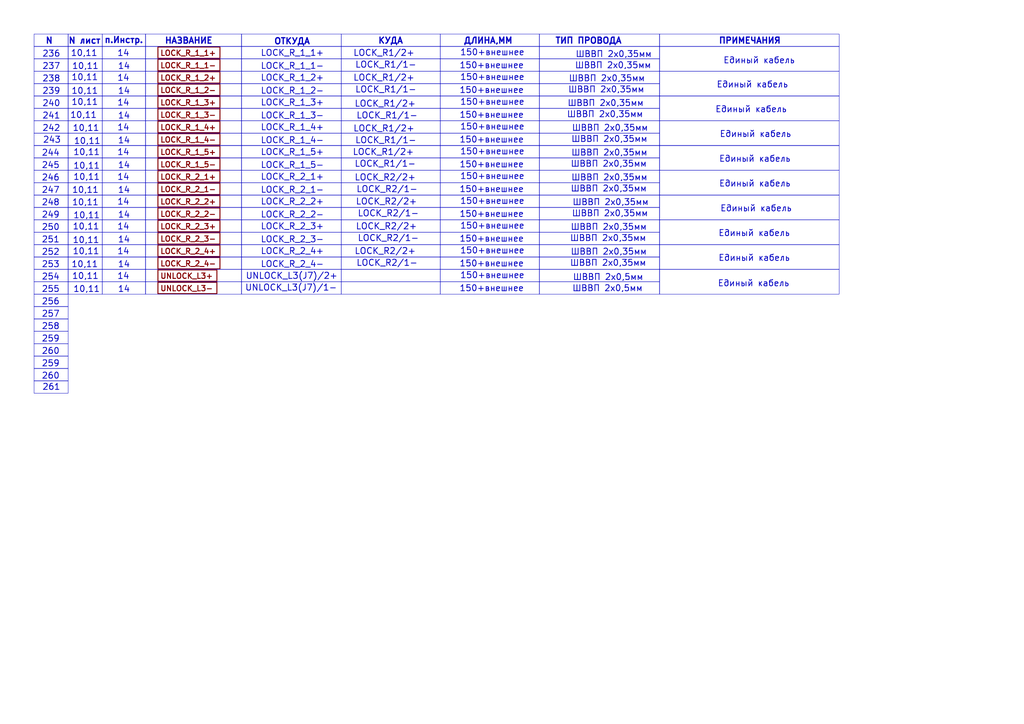
<source format=kicad_sch>
(kicad_sch
	(version 20250114)
	(generator "eeschema")
	(generator_version "9.0")
	(uuid "1562672b-a474-459b-a140-7a94cc78ce10")
	(paper "A3")
	(lib_symbols)
	(rectangle
		(start 139.954 105.41)
		(end 180.594 110.49)
		(stroke
			(width 0)
			(type default)
		)
		(fill
			(type none)
		)
		(uuid 01e8c000-1bf5-43ec-9cac-cdecb5b8dccf)
	)
	(rectangle
		(start 13.97 110.49)
		(end 27.94 115.57)
		(stroke
			(width 0)
			(type default)
		)
		(fill
			(type none)
		)
		(uuid 0334472f-2bab-4c49-9614-5ec7372cb494)
	)
	(rectangle
		(start 221.234 44.45)
		(end 270.51 49.53)
		(stroke
			(width 0)
			(type default)
		)
		(fill
			(type none)
		)
		(uuid 0379e68b-b309-477a-9f58-fa49dc549776)
	)
	(rectangle
		(start 139.954 74.93)
		(end 180.594 80.01)
		(stroke
			(width 0)
			(type default)
		)
		(fill
			(type none)
		)
		(uuid 03b4893c-b478-4715-9411-c48714c01737)
	)
	(rectangle
		(start 139.954 90.17)
		(end 180.594 95.25)
		(stroke
			(width 0)
			(type default)
		)
		(fill
			(type none)
		)
		(uuid 04674306-abc1-492d-958b-e65234b2d155)
	)
	(rectangle
		(start 180.594 64.77)
		(end 221.234 69.85)
		(stroke
			(width 0)
			(type default)
		)
		(fill
			(type none)
		)
		(uuid 065f96a5-f70f-435f-8b70-989de2e8f8e9)
	)
	(rectangle
		(start 27.94 80.01)
		(end 41.91 85.09)
		(stroke
			(width 0)
			(type default)
		)
		(fill
			(type none)
		)
		(uuid 0772ca60-08cd-4c62-a14e-6df2f7c7d32c)
	)
	(rectangle
		(start 99.06 29.21)
		(end 139.954 34.29)
		(stroke
			(width 0)
			(type default)
		)
		(fill
			(type none)
		)
		(uuid 078d855e-a6c8-45d7-82f0-f3d10f1eacb7)
	)
	(rectangle
		(start 59.69 85.09)
		(end 99.06 90.17)
		(stroke
			(width 0)
			(type default)
		)
		(fill
			(type none)
		)
		(uuid 07ad0ff9-d1d0-4dee-bb66-6989256ee3f6)
	)
	(rectangle
		(start 180.594 110.49)
		(end 221.234 115.57)
		(stroke
			(width 0)
			(type default)
		)
		(fill
			(type none)
		)
		(uuid 0b0b9136-4f5b-4e08-a0be-57e072b6629a)
	)
	(rectangle
		(start 139.954 49.53)
		(end 180.594 54.61)
		(stroke
			(width 0)
			(type default)
		)
		(fill
			(type none)
		)
		(uuid 0cd4bf5b-e799-493d-a682-b98f861f5d9b)
	)
	(rectangle
		(start 41.91 64.77)
		(end 59.69 69.85)
		(stroke
			(width 0)
			(type default)
		)
		(fill
			(type none)
		)
		(uuid 0cf8465d-418c-46c0-a1b9-7c5adfb53a3d)
	)
	(rectangle
		(start 59.69 34.29)
		(end 99.06 39.37)
		(stroke
			(width 0)
			(type default)
		)
		(fill
			(type none)
		)
		(uuid 106735e2-2c67-4a45-bf39-3e4785db4477)
	)
	(rectangle
		(start 139.954 54.61)
		(end 180.594 59.69)
		(stroke
			(width 0)
			(type default)
		)
		(fill
			(type none)
		)
		(uuid 10e51ef6-5fd2-4a4e-bcae-eb6e91efe833)
	)
	(rectangle
		(start 139.954 13.97)
		(end 180.594 19.05)
		(stroke
			(width 0)
			(type default)
		)
		(fill
			(type none)
		)
		(uuid 12eaca42-90ae-4e98-ac02-cdbd11de7447)
	)
	(rectangle
		(start 99.06 90.17)
		(end 139.954 95.25)
		(stroke
			(width 0)
			(type default)
		)
		(fill
			(type none)
		)
		(uuid 13057566-7a36-4db2-86cd-0226cc5e8855)
	)
	(rectangle
		(start 180.594 24.13)
		(end 221.234 29.21)
		(stroke
			(width 0)
			(type default)
		)
		(fill
			(type none)
		)
		(uuid 132d9dd7-d181-4b42-8033-c8aceb5735f7)
	)
	(rectangle
		(start 221.234 110.49)
		(end 270.51 115.57)
		(stroke
			(width 0)
			(type default)
		)
		(fill
			(type none)
		)
		(uuid 138c5bbc-978b-4fb1-ba9e-a5231bef4169)
	)
	(rectangle
		(start 221.234 19.05)
		(end 270.51 24.13)
		(stroke
			(width 0)
			(type default)
		)
		(fill
			(type none)
		)
		(uuid 14425404-9ca9-461f-a341-9ad3eeeaf3f9)
	)
	(rectangle
		(start 270.51 39.37)
		(end 344.17 49.53)
		(stroke
			(width 0)
			(type default)
		)
		(fill
			(type none)
		)
		(uuid 1466d102-dac8-4970-9562-81e0b2aedbea)
	)
	(rectangle
		(start 59.69 80.01)
		(end 99.06 85.09)
		(stroke
			(width 0)
			(type default)
		)
		(fill
			(type none)
		)
		(uuid 14852263-8ff8-4ed8-bb86-bcd32c84f782)
	)
	(rectangle
		(start 41.91 44.45)
		(end 59.69 49.53)
		(stroke
			(width 0)
			(type default)
		)
		(fill
			(type none)
		)
		(uuid 161c816b-6cab-40ef-ba19-3a262f33f56c)
	)
	(rectangle
		(start 221.234 29.21)
		(end 270.51 34.29)
		(stroke
			(width 0)
			(type default)
		)
		(fill
			(type none)
		)
		(uuid 17ce82ef-dc30-4d8d-8014-b210617c2fc5)
	)
	(rectangle
		(start 99.06 80.01)
		(end 139.954 85.09)
		(stroke
			(width 0)
			(type default)
		)
		(fill
			(type none)
		)
		(uuid 1a0698af-4a92-4313-b556-0aefe1ef9390)
	)
	(rectangle
		(start 13.97 151.13)
		(end 27.94 156.21)
		(stroke
			(width 0)
			(type default)
		)
		(fill
			(type none)
		)
		(uuid 1a469cd2-c601-4690-8fd2-72cdcd66e532)
	)
	(rectangle
		(start 27.94 59.69)
		(end 41.91 64.77)
		(stroke
			(width 0)
			(type default)
		)
		(fill
			(type none)
		)
		(uuid 1c11ebee-3b4d-44e2-b693-80d628ca9a78)
	)
	(rectangle
		(start 99.06 110.49)
		(end 139.954 115.57)
		(stroke
			(width 0)
			(type default)
		)
		(fill
			(type none)
		)
		(uuid 1f41e46c-9174-4d87-8793-59df0b1402a9)
	)
	(rectangle
		(start 27.94 54.61)
		(end 41.91 59.69)
		(stroke
			(width 0)
			(type default)
		)
		(fill
			(type none)
		)
		(uuid 1fcc78c7-46eb-4466-8ac2-a629cd7e106b)
	)
	(rectangle
		(start 180.594 85.09)
		(end 221.234 90.17)
		(stroke
			(width 0)
			(type default)
		)
		(fill
			(type none)
		)
		(uuid 21ed8096-9c2e-4974-997a-beaac6fa6399)
	)
	(rectangle
		(start 180.594 34.29)
		(end 221.234 39.37)
		(stroke
			(width 0)
			(type default)
		)
		(fill
			(type none)
		)
		(uuid 237f6051-b9a0-41fb-9cb0-4ed632d97130)
	)
	(rectangle
		(start 41.91 85.09)
		(end 59.69 90.17)
		(stroke
			(width 0)
			(type default)
		)
		(fill
			(type none)
		)
		(uuid 23b56935-9383-4d9d-b939-a8f0459a0815)
	)
	(rectangle
		(start 41.91 115.57)
		(end 59.69 120.65)
		(stroke
			(width 0)
			(type default)
		)
		(fill
			(type none)
		)
		(uuid 264b9e8d-b2ce-4a92-802a-79130c820bca)
	)
	(rectangle
		(start 59.69 24.13)
		(end 99.06 29.21)
		(stroke
			(width 0)
			(type default)
		)
		(fill
			(type none)
		)
		(uuid 26d9a30a-fff5-47c9-ab24-8b8a11e6ed81)
	)
	(rectangle
		(start 139.954 115.57)
		(end 180.594 120.65)
		(stroke
			(width 0)
			(type default)
		)
		(fill
			(type none)
		)
		(uuid 278acc49-a569-4eda-baa5-b501a352efd2)
	)
	(rectangle
		(start 27.94 44.45)
		(end 41.91 49.53)
		(stroke
			(width 0)
			(type default)
		)
		(fill
			(type none)
		)
		(uuid 28e0f461-46d5-4256-a477-e05d3663fd1f)
	)
	(rectangle
		(start 41.91 19.05)
		(end 59.69 24.13)
		(stroke
			(width 0)
			(type default)
		)
		(fill
			(type none)
		)
		(uuid 2b42f7a7-53c1-4219-b66c-b36527f4254f)
	)
	(rectangle
		(start 13.97 49.53)
		(end 27.94 54.61)
		(stroke
			(width 0)
			(type default)
		)
		(fill
			(type none)
		)
		(uuid 2b4e47a9-3624-4e86-b1aa-182317c95259)
	)
	(rectangle
		(start 27.94 105.41)
		(end 41.91 110.49)
		(stroke
			(width 0)
			(type default)
		)
		(fill
			(type none)
		)
		(uuid 2cacb3c7-c9d6-44eb-b07e-bf2c2a077ccd)
	)
	(rectangle
		(start 13.97 44.45)
		(end 27.94 49.53)
		(stroke
			(width 0)
			(type default)
		)
		(fill
			(type none)
		)
		(uuid 2d07fc6e-d952-4322-aaad-51dbbfa470ea)
	)
	(rectangle
		(start 99.06 19.05)
		(end 139.954 24.13)
		(stroke
			(width 0)
			(type default)
		)
		(fill
			(type none)
		)
		(uuid 308349ea-38c0-42ff-89c4-5eed8a1afd7a)
	)
	(rectangle
		(start 13.97 85.09)
		(end 27.94 90.17)
		(stroke
			(width 0)
			(type default)
		)
		(fill
			(type none)
		)
		(uuid 309601aa-6c2a-4070-8841-161a5dc6459e)
	)
	(rectangle
		(start 59.69 49.53)
		(end 99.06 54.61)
		(stroke
			(width 0)
			(type default)
		)
		(fill
			(type none)
		)
		(uuid 319e7af0-93e4-42cd-9cb9-64ddc3e9fb78)
	)
	(rectangle
		(start 13.97 100.33)
		(end 27.94 105.41)
		(stroke
			(width 0)
			(type default)
		)
		(fill
			(type none)
		)
		(uuid 323af83c-ba24-4200-b307-8c5689b9d668)
	)
	(rectangle
		(start 139.954 69.85)
		(end 180.594 74.93)
		(stroke
			(width 0)
			(type default)
		)
		(fill
			(type none)
		)
		(uuid 3367cc8b-0083-4bbe-bf54-dc27fdb9c395)
	)
	(rectangle
		(start 59.69 59.69)
		(end 99.06 64.77)
		(stroke
			(width 0)
			(type default)
		)
		(fill
			(type none)
		)
		(uuid 342f5153-5fba-444c-8b28-37479ea1eab8)
	)
	(rectangle
		(start 221.234 59.69)
		(end 270.51 64.77)
		(stroke
			(width 0)
			(type default)
		)
		(fill
			(type none)
		)
		(uuid 345cfb36-d8a0-4e6c-a063-d5ad97b56f8f)
	)
	(rectangle
		(start 27.94 24.13)
		(end 41.91 29.21)
		(stroke
			(width 0)
			(type default)
		)
		(fill
			(type none)
		)
		(uuid 369f98c1-9127-4677-8661-8d13d9299abe)
	)
	(rectangle
		(start 41.91 74.93)
		(end 59.69 80.01)
		(stroke
			(width 0)
			(type default)
		)
		(fill
			(type none)
		)
		(uuid 38293834-659a-4246-9d53-14a4342922c3)
	)
	(rectangle
		(start 221.234 24.13)
		(end 270.51 29.21)
		(stroke
			(width 0)
			(type default)
		)
		(fill
			(type none)
		)
		(uuid 3b30ecc6-cc8e-4163-b95f-f824c362df02)
	)
	(rectangle
		(start 41.91 69.85)
		(end 59.69 74.93)
		(stroke
			(width 0)
			(type default)
		)
		(fill
			(type none)
		)
		(uuid 3eda8977-3f90-47b2-88d6-e73efff52f80)
	)
	(rectangle
		(start 13.97 64.77)
		(end 27.94 69.85)
		(stroke
			(width 0)
			(type default)
		)
		(fill
			(type none)
		)
		(uuid 42becb62-949b-4833-b924-29e6b96a5410)
	)
	(rectangle
		(start 13.97 29.21)
		(end 27.94 34.29)
		(stroke
			(width 0)
			(type default)
		)
		(fill
			(type none)
		)
		(uuid 4678dac6-ee5c-44a8-84c4-8db0a37a4388)
	)
	(rectangle
		(start 59.69 64.77)
		(end 99.06 69.85)
		(stroke
			(width 0)
			(type default)
		)
		(fill
			(type none)
		)
		(uuid 47501e62-0322-431f-8214-085e8af3167f)
	)
	(rectangle
		(start 99.06 44.45)
		(end 139.954 49.53)
		(stroke
			(width 0)
			(type default)
		)
		(fill
			(type none)
		)
		(uuid 47814a8c-1342-463d-a28f-e3640fd19376)
	)
	(rectangle
		(start 13.97 130.81)
		(end 27.94 135.89)
		(stroke
			(width 0)
			(type default)
		)
		(fill
			(type none)
		)
		(uuid 4afe6c23-6b59-4c52-95cb-bf25c283fda7)
	)
	(rectangle
		(start 41.91 100.33)
		(end 59.69 105.41)
		(stroke
			(width 0)
			(type default)
		)
		(fill
			(type none)
		)
		(uuid 4de8c366-27e3-4007-be09-fd27e0f46af3)
	)
	(rectangle
		(start 221.234 64.77)
		(end 270.51 69.85)
		(stroke
			(width 0)
			(type default)
		)
		(fill
			(type none)
		)
		(uuid 4ea617b1-0c86-4c42-a723-f07e6113a731)
	)
	(rectangle
		(start 221.234 105.41)
		(end 270.51 110.49)
		(stroke
			(width 0)
			(type default)
		)
		(fill
			(type none)
		)
		(uuid 5183f537-6796-4473-a1cc-edcc6ce4e32d)
	)
	(rectangle
		(start 59.69 69.85)
		(end 99.06 74.93)
		(stroke
			(width 0)
			(type default)
		)
		(fill
			(type none)
		)
		(uuid 51cebdce-a43a-48aa-a1f6-a5600896662b)
	)
	(rectangle
		(start 41.91 54.61)
		(end 59.69 59.69)
		(stroke
			(width 0)
			(type default)
		)
		(fill
			(type none)
		)
		(uuid 52e82bf1-3029-4afa-8033-66f0271339ef)
	)
	(rectangle
		(start 27.94 110.49)
		(end 41.91 115.57)
		(stroke
			(width 0)
			(type default)
		)
		(fill
			(type none)
		)
		(uuid 532c0f9a-b6a9-4f5a-8f1c-9f1e09552c5e)
	)
	(rectangle
		(start 180.594 19.05)
		(end 221.234 24.13)
		(stroke
			(width 0)
			(type default)
		)
		(fill
			(type none)
		)
		(uuid 534dea67-ab17-40ff-a92b-37af051c31b2)
	)
	(rectangle
		(start 270.51 59.69)
		(end 344.17 69.85)
		(stroke
			(width 0)
			(type default)
		)
		(fill
			(type none)
		)
		(uuid 5acaf5b7-9ef1-48f5-8db5-ec29731280f1)
	)
	(rectangle
		(start 41.91 59.69)
		(end 59.69 64.77)
		(stroke
			(width 0)
			(type default)
		)
		(fill
			(type none)
		)
		(uuid 5b25980c-9753-4dc5-a484-02099eaa8471)
	)
	(rectangle
		(start 221.234 90.17)
		(end 270.51 95.25)
		(stroke
			(width 0)
			(type default)
		)
		(fill
			(type none)
		)
		(uuid 5c6cda6d-1de1-4402-92ac-436b87f10afb)
	)
	(rectangle
		(start 180.594 59.69)
		(end 221.234 64.77)
		(stroke
			(width 0)
			(type default)
		)
		(fill
			(type none)
		)
		(uuid 5c6f42e5-eeec-48df-bf5b-922f8d153486)
	)
	(rectangle
		(start 59.69 95.25)
		(end 99.06 100.33)
		(stroke
			(width 0)
			(type default)
		)
		(fill
			(type none)
		)
		(uuid 5d3c44b8-d817-4919-9d5d-4c7787646df8)
	)
	(rectangle
		(start 59.69 100.33)
		(end 99.06 105.41)
		(stroke
			(width 0)
			(type default)
		)
		(fill
			(type none)
		)
		(uuid 5dbdbb12-e8cb-4877-957b-53dc66fc95cf)
	)
	(rectangle
		(start 59.69 19.05)
		(end 99.06 24.13)
		(stroke
			(width 0)
			(type default)
		)
		(fill
			(type none)
		)
		(uuid 6024dd1e-0410-4ba3-b5b2-2ebdad891cdb)
	)
	(rectangle
		(start 13.97 54.61)
		(end 27.94 59.69)
		(stroke
			(width 0)
			(type default)
		)
		(fill
			(type none)
		)
		(uuid 61827408-abf4-4f76-a27a-0616382cde2a)
	)
	(rectangle
		(start 99.06 13.97)
		(end 139.954 19.05)
		(stroke
			(width 0)
			(type default)
		)
		(fill
			(type none)
		)
		(uuid 61c1dad1-139b-4c57-9e74-ac56d4117abe)
	)
	(rectangle
		(start 99.06 74.93)
		(end 139.954 80.01)
		(stroke
			(width 0)
			(type default)
		)
		(fill
			(type none)
		)
		(uuid 62e4581d-e94b-41e3-b331-8bb3c3149633)
	)
	(rectangle
		(start 221.234 85.09)
		(end 270.51 90.17)
		(stroke
			(width 0)
			(type default)
		)
		(fill
			(type none)
		)
		(uuid 634ad0ec-ec7b-4c51-956a-8330a6ca9ed2)
	)
	(rectangle
		(start 99.06 24.13)
		(end 139.954 29.21)
		(stroke
			(width 0)
			(type default)
		)
		(fill
			(type none)
		)
		(uuid 6420cc3a-c32a-4547-8878-a79eae025abf)
	)
	(rectangle
		(start 41.91 49.53)
		(end 59.69 54.61)
		(stroke
			(width 0)
			(type default)
		)
		(fill
			(type none)
		)
		(uuid 64458699-53a9-48ed-b131-8a102afa2bc8)
	)
	(rectangle
		(start 13.97 95.25)
		(end 27.94 100.33)
		(stroke
			(width 0)
			(type default)
		)
		(fill
			(type none)
		)
		(uuid 66ce227b-f271-4108-bfff-fd19fb9a1cc0)
	)
	(rectangle
		(start 13.97 80.01)
		(end 27.94 85.09)
		(stroke
			(width 0)
			(type default)
		)
		(fill
			(type none)
		)
		(uuid 6909715d-a2fa-459d-9f67-4f024b19ff9e)
	)
	(rectangle
		(start 41.91 29.21)
		(end 59.69 34.29)
		(stroke
			(width 0)
			(type default)
		)
		(fill
			(type none)
		)
		(uuid 69d899a5-84d6-409a-8fc3-699dc050c946)
	)
	(rectangle
		(start 27.94 90.17)
		(end 41.91 95.25)
		(stroke
			(width 0)
			(type default)
		)
		(fill
			(type none)
		)
		(uuid 6add8905-ffa7-4ec5-a866-efe6cf01112a)
	)
	(rectangle
		(start 221.234 115.57)
		(end 270.51 120.65)
		(stroke
			(width 0)
			(type default)
		)
		(fill
			(type none)
		)
		(uuid 6bc19abd-acb9-488f-8c56-2ef96c4820d6)
	)
	(rectangle
		(start 59.69 105.41)
		(end 99.06 110.49)
		(stroke
			(width 0)
			(type default)
		)
		(fill
			(type none)
		)
		(uuid 6d8149b0-c006-491a-92b9-57c72de95634)
	)
	(rectangle
		(start 27.94 100.33)
		(end 41.91 105.41)
		(stroke
			(width 0)
			(type default)
		)
		(fill
			(type none)
		)
		(uuid 6e492fe9-330c-4843-b474-c6726bf85a1a)
	)
	(rectangle
		(start 27.94 29.21)
		(end 41.91 34.29)
		(stroke
			(width 0)
			(type default)
		)
		(fill
			(type none)
		)
		(uuid 6f008e53-915c-4c6d-a743-ab00725febb4)
	)
	(rectangle
		(start 41.91 105.41)
		(end 59.69 110.49)
		(stroke
			(width 0)
			(type default)
		)
		(fill
			(type none)
		)
		(uuid 715b56b5-f4fc-47f2-8a00-cdd69eaa2bdb)
	)
	(rectangle
		(start 270.51 69.85)
		(end 344.17 80.01)
		(stroke
			(width 0)
			(type default)
		)
		(fill
			(type none)
		)
		(uuid 723f7db7-0eb0-4e00-bdae-c05094dcc505)
	)
	(rectangle
		(start 270.51 100.33)
		(end 344.17 110.49)
		(stroke
			(width 0)
			(type default)
		)
		(fill
			(type none)
		)
		(uuid 732585bb-aabb-4cac-bc76-bfad01c1a2fd)
	)
	(rectangle
		(start 99.06 95.25)
		(end 139.954 100.33)
		(stroke
			(width 0)
			(type default)
		)
		(fill
			(type none)
		)
		(uuid 733b816a-285f-43db-8cae-d6310f36d467)
	)
	(rectangle
		(start 139.954 85.09)
		(end 180.594 90.17)
		(stroke
			(width 0)
			(type default)
		)
		(fill
			(type none)
		)
		(uuid 7453aa20-d7c5-4dc6-92d4-7d56e01f1ee2)
	)
	(rectangle
		(start 13.97 115.57)
		(end 27.94 120.65)
		(stroke
			(width 0)
			(type default)
		)
		(fill
			(type none)
		)
		(uuid 75c96a0d-016e-484e-96dd-56242b57b290)
	)
	(rectangle
		(start 41.91 13.97)
		(end 59.69 19.05)
		(stroke
			(width 0)
			(type default)
		)
		(fill
			(type none)
		)
		(uuid 76481f5c-26b9-49c4-ae52-5047dc42adeb)
	)
	(rectangle
		(start 99.06 59.69)
		(end 139.954 64.77)
		(stroke
			(width 0)
			(type default)
		)
		(fill
			(type none)
		)
		(uuid 79ef06d4-a442-4312-8728-d15bbd1c5b9c)
	)
	(rectangle
		(start 99.06 105.41)
		(end 139.954 110.49)
		(stroke
			(width 0)
			(type default)
		)
		(fill
			(type none)
		)
		(uuid 7b6b82c3-516a-469b-be56-64ee79669ef7)
	)
	(rectangle
		(start 13.97 19.05)
		(end 27.94 24.13)
		(stroke
			(width 0)
			(type default)
		)
		(fill
			(type none)
		)
		(uuid 7bc149a6-3dfe-4fee-adee-5082ddbc8c7b)
	)
	(rectangle
		(start 59.69 13.97)
		(end 99.06 19.05)
		(stroke
			(width 0)
			(type default)
		)
		(fill
			(type none)
		)
		(uuid 7bdb078f-6425-48fd-990c-10f201df9022)
	)
	(rectangle
		(start 41.91 24.13)
		(end 59.69 29.21)
		(stroke
			(width 0)
			(type default)
		)
		(fill
			(type none)
		)
		(uuid 7c9706b0-e279-4570-9e27-42ba6ad88b02)
	)
	(rectangle
		(start 27.94 13.97)
		(end 41.91 19.05)
		(stroke
			(width 0)
			(type default)
		)
		(fill
			(type none)
		)
		(uuid 7d3a9290-fda8-44e4-82aa-9cab080ebd1a)
	)
	(rectangle
		(start 270.51 13.97)
		(end 344.17 19.05)
		(stroke
			(width 0)
			(type default)
		)
		(fill
			(type none)
		)
		(uuid 7f12a1a4-9ad8-4808-99c8-bee8f75fe8fd)
	)
	(rectangle
		(start 41.91 34.29)
		(end 59.69 39.37)
		(stroke
			(width 0)
			(type default)
		)
		(fill
			(type none)
		)
		(uuid 7f39f9b9-b73f-4ca5-8061-e080c6ec7202)
	)
	(rectangle
		(start 27.94 69.85)
		(end 41.91 74.93)
		(stroke
			(width 0)
			(type default)
		)
		(fill
			(type none)
		)
		(uuid 823a1a55-e0a2-49ac-a78d-fd97e6d6f37e)
	)
	(rectangle
		(start 27.94 74.93)
		(end 41.91 80.01)
		(stroke
			(width 0)
			(type default)
		)
		(fill
			(type none)
		)
		(uuid 83d331e4-c5cf-463c-ad59-2fbfa40ec618)
	)
	(rectangle
		(start 13.97 59.69)
		(end 27.94 64.77)
		(stroke
			(width 0)
			(type default)
		)
		(fill
			(type none)
		)
		(uuid 85d1f4c6-6c19-4cc8-80f8-e04890b24931)
	)
	(rectangle
		(start 59.69 74.93)
		(end 99.06 80.01)
		(stroke
			(width 0)
			(type default)
		)
		(fill
			(type none)
		)
		(uuid 883bcfd8-b3cf-49e5-b11f-377a99392694)
	)
	(rectangle
		(start 180.594 105.41)
		(end 221.234 110.49)
		(stroke
			(width 0)
			(type default)
		)
		(fill
			(type none)
		)
		(uuid 88a4e6c8-7da0-4510-84df-b44e53a81b0b)
	)
	(rectangle
		(start 270.51 29.21)
		(end 344.17 39.37)
		(stroke
			(width 0)
			(type default)
		)
		(fill
			(type none)
		)
		(uuid 89ea7ee5-c199-4316-8c9b-e4c07063b65a)
	)
	(rectangle
		(start 13.97 34.29)
		(end 27.94 39.37)
		(stroke
			(width 0)
			(type default)
		)
		(fill
			(type none)
		)
		(uuid 8c2d2ae3-f0b9-4569-a19d-4fdb16fe5e1d)
	)
	(rectangle
		(start 27.94 64.77)
		(end 41.91 69.85)
		(stroke
			(width 0)
			(type default)
		)
		(fill
			(type none)
		)
		(uuid 8cb7a32e-1956-4365-9961-c683c59e2aa1)
	)
	(rectangle
		(start 270.51 110.49)
		(end 344.17 120.65)
		(stroke
			(width 0)
			(type default)
		)
		(fill
			(type none)
		)
		(uuid 8d085dbe-46fc-423f-a2d0-68a8bbb70f3d)
	)
	(rectangle
		(start 13.97 39.37)
		(end 27.94 44.45)
		(stroke
			(width 0)
			(type default)
		)
		(fill
			(type none)
		)
		(uuid 8fc37865-d5c4-4667-bb5a-8e0dc1eb0228)
	)
	(rectangle
		(start 139.954 64.77)
		(end 180.594 69.85)
		(stroke
			(width 0)
			(type default)
		)
		(fill
			(type none)
		)
		(uuid 907c026f-558c-4476-bc5b-1d9e5aacf503)
	)
	(rectangle
		(start 41.91 90.17)
		(end 59.69 95.25)
		(stroke
			(width 0)
			(type default)
		)
		(fill
			(type none)
		)
		(uuid 91a7ceae-3ae3-4135-bec2-749b7d91f6d8)
	)
	(rectangle
		(start 13.97 105.41)
		(end 27.94 110.49)
		(stroke
			(width 0)
			(type default)
		)
		(fill
			(type none)
		)
		(uuid 985927c0-7251-423a-881a-faa087747ba3)
	)
	(rectangle
		(start 180.594 39.37)
		(end 221.234 44.45)
		(stroke
			(width 0)
			(type default)
		)
		(fill
			(type none)
		)
		(uuid 9a22452c-9ff4-48c0-b6e8-0a997d83e995)
	)
	(rectangle
		(start 139.954 59.69)
		(end 180.594 64.77)
		(stroke
			(width 0)
			(type default)
		)
		(fill
			(type none)
		)
		(uuid 9a2d67ff-21bb-462f-8586-afbe6d11978e)
	)
	(rectangle
		(start 13.97 74.93)
		(end 27.94 80.01)
		(stroke
			(width 0)
			(type default)
		)
		(fill
			(type none)
		)
		(uuid 9e9cc6e9-17da-472a-b62b-8b0a671a2d10)
	)
	(rectangle
		(start 221.234 54.61)
		(end 270.51 59.69)
		(stroke
			(width 0)
			(type default)
		)
		(fill
			(type none)
		)
		(uuid a1f935b0-7730-40dc-a167-d81d8095fd87)
	)
	(rectangle
		(start 13.97 69.85)
		(end 27.94 74.93)
		(stroke
			(width 0)
			(type default)
		)
		(fill
			(type none)
		)
		(uuid a31f1bd3-2435-433f-ad67-2d66b7a63bee)
	)
	(rectangle
		(start 27.94 85.09)
		(end 41.91 90.17)
		(stroke
			(width 0)
			(type default)
		)
		(fill
			(type none)
		)
		(uuid a6b04521-81fa-4852-8813-ed181c25eed9)
	)
	(rectangle
		(start 13.97 146.05)
		(end 27.94 151.13)
		(stroke
			(width 0)
			(type default)
		)
		(fill
			(type none)
		)
		(uuid a6de9047-57cd-475d-9a2d-269ac38924b0)
	)
	(rectangle
		(start 221.234 80.01)
		(end 270.51 85.09)
		(stroke
			(width 0)
			(type default)
		)
		(fill
			(type none)
		)
		(uuid a86585e0-45c3-4f06-b15a-bbded32aabbb)
	)
	(rectangle
		(start 139.954 110.49)
		(end 180.594 115.57)
		(stroke
			(width 0)
			(type default)
		)
		(fill
			(type none)
		)
		(uuid a9170458-453d-4e71-9338-62ad5d12e3b5)
	)
	(rectangle
		(start 139.954 100.33)
		(end 180.594 105.41)
		(stroke
			(width 0)
			(type default)
		)
		(fill
			(type none)
		)
		(uuid a9fed9a7-6910-4727-9b00-a2986a19fbd1)
	)
	(rectangle
		(start 41.91 39.37)
		(end 59.69 44.45)
		(stroke
			(width 0)
			(type default)
		)
		(fill
			(type none)
		)
		(uuid ae5e2737-d136-4f05-80a7-0d6d0e13c66e)
	)
	(rectangle
		(start 13.97 135.89)
		(end 27.94 140.97)
		(stroke
			(width 0)
			(type default)
		)
		(fill
			(type none)
		)
		(uuid aff2cfa4-4e3a-422d-b3e1-4eddaf76999b)
	)
	(rectangle
		(start 180.594 29.21)
		(end 221.234 34.29)
		(stroke
			(width 0)
			(type default)
		)
		(fill
			(type none)
		)
		(uuid b2b53af4-3205-4ae7-92be-b5e9eb6cee1d)
	)
	(rectangle
		(start 139.954 29.21)
		(end 180.594 34.29)
		(stroke
			(width 0)
			(type default)
		)
		(fill
			(type none)
		)
		(uuid b47c92fd-8a94-42c5-9d53-de89a33dcad1)
	)
	(rectangle
		(start 99.06 115.57)
		(end 139.954 120.65)
		(stroke
			(width 0)
			(type default)
		)
		(fill
			(type none)
		)
		(uuid b4e9dabd-4c1f-4370-bfb1-2c793938f993)
	)
	(rectangle
		(start 41.91 110.49)
		(end 59.69 115.57)
		(stroke
			(width 0)
			(type default)
		)
		(fill
			(type none)
		)
		(uuid b7621a00-5a49-40f8-b0db-46a1a2f9c69b)
	)
	(rectangle
		(start 99.06 49.53)
		(end 139.954 54.61)
		(stroke
			(width 0)
			(type default)
		)
		(fill
			(type none)
		)
		(uuid b87bf7a2-3234-4f30-ae5d-00522ca25ff1)
	)
	(rectangle
		(start 13.97 24.13)
		(end 27.94 29.21)
		(stroke
			(width 0)
			(type default)
		)
		(fill
			(type none)
		)
		(uuid b8d378c2-042b-4047-8564-fa93e79824ec)
	)
	(rectangle
		(start 59.69 54.61)
		(end 99.06 59.69)
		(stroke
			(width 0)
			(type default)
		)
		(fill
			(type none)
		)
		(uuid ba1725de-f9ef-490a-92b9-0beffdc5b4e5)
	)
	(rectangle
		(start 59.69 110.49)
		(end 99.06 115.57)
		(stroke
			(width 0)
			(type default)
		)
		(fill
			(type none)
		)
		(uuid bbb65fa8-e3be-4d50-a476-5b1eb1a3c6a9)
	)
	(rectangle
		(start 270.51 49.53)
		(end 344.17 59.69)
		(stroke
			(width 0)
			(type default)
		)
		(fill
			(type none)
		)
		(uuid bbc26eb3-37ec-4dac-be76-c47e676ee8d1)
	)
	(rectangle
		(start 13.97 13.97)
		(end 27.94 19.05)
		(stroke
			(width 0)
			(type default)
		)
		(fill
			(type none)
		)
		(uuid bd24b74e-f70b-4cdf-9720-bd0684f9ef5d)
	)
	(rectangle
		(start 180.594 13.97)
		(end 221.234 19.05)
		(stroke
			(width 0)
			(type default)
		)
		(fill
			(type none)
		)
		(uuid bde11a7b-08f7-4efd-9787-d8dbec540026)
	)
	(rectangle
		(start 180.594 44.45)
		(end 221.234 49.53)
		(stroke
			(width 0)
			(type default)
		)
		(fill
			(type none)
		)
		(uuid bf3d5d85-0cf6-41f7-8d3d-3b3afcc5fbba)
	)
	(rectangle
		(start 139.954 95.25)
		(end 180.594 100.33)
		(stroke
			(width 0)
			(type default)
		)
		(fill
			(type none)
		)
		(uuid bf78224d-1a67-49ad-8471-4eefd2e7d8c7)
	)
	(rectangle
		(start 180.594 115.57)
		(end 221.234 120.65)
		(stroke
			(width 0)
			(type default)
		)
		(fill
			(type none)
		)
		(uuid c286995b-f70e-486d-8fb0-6820e5a113be)
	)
	(rectangle
		(start 59.69 115.57)
		(end 99.06 120.65)
		(stroke
			(width 0)
			(type default)
		)
		(fill
			(type none)
		)
		(uuid c70d8d4f-a2ff-4ea1-b5ce-1f353bfd30f0)
	)
	(rectangle
		(start 270.51 90.17)
		(end 344.17 100.33)
		(stroke
			(width 0)
			(type default)
		)
		(fill
			(type none)
		)
		(uuid c7d19e3c-98a9-46fb-844d-65636379f3c4)
	)
	(rectangle
		(start 180.594 100.33)
		(end 221.234 105.41)
		(stroke
			(width 0)
			(type default)
		)
		(fill
			(type none)
		)
		(uuid c8646cd6-0459-4d1b-bfd7-fc9161144054)
	)
	(rectangle
		(start 13.97 140.97)
		(end 27.94 146.05)
		(stroke
			(width 0)
			(type default)
		)
		(fill
			(type none)
		)
		(uuid c89935c8-b169-44c7-926c-ef02b04e8a04)
	)
	(rectangle
		(start 139.954 39.37)
		(end 180.594 44.45)
		(stroke
			(width 0)
			(type default)
		)
		(fill
			(type none)
		)
		(uuid c98db0cf-ee39-4b52-8785-335cf30035ba)
	)
	(rectangle
		(start 221.234 13.97)
		(end 270.51 19.05)
		(stroke
			(width 0)
			(type default)
		)
		(fill
			(type none)
		)
		(uuid ca355276-b118-4707-9003-b8712152daf5)
	)
	(rectangle
		(start 13.97 120.65)
		(end 27.94 125.73)
		(stroke
			(width 0)
			(type default)
		)
		(fill
			(type none)
		)
		(uuid ca9a7aae-3f5a-448a-8b9c-687e7f834548)
	)
	(rectangle
		(start 99.06 69.85)
		(end 139.954 74.93)
		(stroke
			(width 0)
			(type default)
		)
		(fill
			(type none)
		)
		(uuid cc6cc5e6-0c80-4c4d-9b20-c8c141f31ef0)
	)
	(rectangle
		(start 99.06 64.77)
		(end 139.954 69.85)
		(stroke
			(width 0)
			(type default)
		)
		(fill
			(type none)
		)
		(uuid cd90991f-7ee7-4dad-8ab3-819e545163c7)
	)
	(rectangle
		(start 13.97 156.21)
		(end 27.94 161.29)
		(stroke
			(width 0)
			(type default)
		)
		(fill
			(type none)
		)
		(uuid cec127d0-9b4c-4d3b-ae44-4693a071c61f)
	)
	(rectangle
		(start 180.594 80.01)
		(end 221.234 85.09)
		(stroke
			(width 0)
			(type default)
		)
		(fill
			(type none)
		)
		(uuid cf86f5cf-7ca8-45c4-97d4-71664ad8dd6e)
	)
	(rectangle
		(start 59.69 90.17)
		(end 99.06 95.25)
		(stroke
			(width 0)
			(type default)
		)
		(fill
			(type none)
		)
		(uuid d07a0b5b-4a62-466b-a59a-08017273bc9b)
	)
	(rectangle
		(start 221.234 49.53)
		(end 270.51 54.61)
		(stroke
			(width 0)
			(type default)
		)
		(fill
			(type none)
		)
		(uuid d0f9c739-dd4f-484c-9799-5341862f19ea)
	)
	(rectangle
		(start 180.594 95.25)
		(end 221.234 100.33)
		(stroke
			(width 0)
			(type default)
		)
		(fill
			(type none)
		)
		(uuid d4424b21-e1fd-44b5-8a8c-8a58f2c7a26d)
	)
	(rectangle
		(start 139.954 19.05)
		(end 180.594 24.13)
		(stroke
			(width 0)
			(type default)
		)
		(fill
			(type none)
		)
		(uuid d4d78c47-6d6e-415c-9720-7c6ea727da03)
	)
	(rectangle
		(start 41.91 80.01)
		(end 59.69 85.09)
		(stroke
			(width 0)
			(type default)
		)
		(fill
			(type none)
		)
		(uuid d6e9701a-f366-44f1-9808-43c935ddb7ee)
	)
	(rectangle
		(start 27.94 19.05)
		(end 41.91 24.13)
		(stroke
			(width 0)
			(type default)
		)
		(fill
			(type none)
		)
		(uuid d82a8677-668c-431f-9e02-fec70c3c8da3)
	)
	(rectangle
		(start 27.94 115.57)
		(end 41.91 120.65)
		(stroke
			(width 0)
			(type default)
		)
		(fill
			(type none)
		)
		(uuid d84831ee-2824-41ca-9368-d91896515d17)
	)
	(rectangle
		(start 221.234 69.85)
		(end 270.51 74.93)
		(stroke
			(width 0)
			(type default)
		)
		(fill
			(type none)
		)
		(uuid da2bf706-21bb-4220-97cb-238ec83304e7)
	)
	(rectangle
		(start 27.94 49.53)
		(end 41.91 54.61)
		(stroke
			(width 0)
			(type default)
		)
		(fill
			(type none)
		)
		(uuid dd21438f-3b29-4c36-973e-c6cec9250d7b)
	)
	(rectangle
		(start 180.594 49.53)
		(end 221.234 54.61)
		(stroke
			(width 0)
			(type default)
		)
		(fill
			(type none)
		)
		(uuid de1bdaa0-88fc-43ee-ad26-3c5e5a92f927)
	)
	(rectangle
		(start 27.94 95.25)
		(end 41.91 100.33)
		(stroke
			(width 0)
			(type default)
		)
		(fill
			(type none)
		)
		(uuid de2a55e4-0821-4b7b-b258-70b8915167fc)
	)
	(rectangle
		(start 41.91 95.25)
		(end 59.69 100.33)
		(stroke
			(width 0)
			(type default)
		)
		(fill
			(type none)
		)
		(uuid de916e33-7da3-4670-a11a-46e7e36be2a9)
	)
	(rectangle
		(start 99.06 85.09)
		(end 139.954 90.17)
		(stroke
			(width 0)
			(type default)
		)
		(fill
			(type none)
		)
		(uuid deaf267e-7b99-4886-a167-965646bb42e3)
	)
	(rectangle
		(start 180.594 54.61)
		(end 221.234 59.69)
		(stroke
			(width 0)
			(type default)
		)
		(fill
			(type none)
		)
		(uuid df400c66-2668-463b-bf48-bbfc5fa2806f)
	)
	(rectangle
		(start 221.234 95.25)
		(end 270.51 100.33)
		(stroke
			(width 0)
			(type default)
		)
		(fill
			(type none)
		)
		(uuid e093e479-3f93-4456-a990-0602b6a25867)
	)
	(rectangle
		(start 59.69 39.37)
		(end 99.06 44.45)
		(stroke
			(width 0)
			(type default)
		)
		(fill
			(type none)
		)
		(uuid e312bb6a-46ba-425a-9708-c9f9d9e8bea9)
	)
	(rectangle
		(start 13.97 90.17)
		(end 27.94 95.25)
		(stroke
			(width 0)
			(type default)
		)
		(fill
			(type none)
		)
		(uuid e389b8d6-9112-48e1-95c7-dc15d3f5779b)
	)
	(rectangle
		(start 99.06 39.37)
		(end 139.954 44.45)
		(stroke
			(width 0)
			(type default)
		)
		(fill
			(type none)
		)
		(uuid e593d291-a63a-4da1-a403-65db1f287dd8)
	)
	(rectangle
		(start 139.954 34.29)
		(end 180.594 39.37)
		(stroke
			(width 0)
			(type default)
		)
		(fill
			(type none)
		)
		(uuid e693c6d9-94c7-4df7-826e-9d41e72781ee)
	)
	(rectangle
		(start 221.234 39.37)
		(end 270.51 44.45)
		(stroke
			(width 0)
			(type default)
		)
		(fill
			(type none)
		)
		(uuid e6f71b8e-5c3f-4b21-8431-8dabb29da414)
	)
	(rectangle
		(start 99.06 54.61)
		(end 139.954 59.69)
		(stroke
			(width 0)
			(type default)
		)
		(fill
			(type none)
		)
		(uuid e87c38bc-50a6-4b65-ab55-5102a8ee36dc)
	)
	(rectangle
		(start 180.594 74.93)
		(end 221.234 80.01)
		(stroke
			(width 0)
			(type default)
		)
		(fill
			(type none)
		)
		(uuid e93f1d68-5e5c-424d-970d-dcfd3dea44ba)
	)
	(rectangle
		(start 59.69 44.45)
		(end 99.06 49.53)
		(stroke
			(width 0)
			(type default)
		)
		(fill
			(type none)
		)
		(uuid ea80070f-519b-457c-a9a1-35a43f3af131)
	)
	(rectangle
		(start 180.594 69.85)
		(end 221.234 74.93)
		(stroke
			(width 0)
			(type default)
		)
		(fill
			(type none)
		)
		(uuid eaa14ee4-0ebc-43e8-bbf2-900122bc624c)
	)
	(rectangle
		(start 139.954 80.01)
		(end 180.594 85.09)
		(stroke
			(width 0)
			(type default)
		)
		(fill
			(type none)
		)
		(uuid ecd7f5da-c9a7-491e-b02a-df2eb26cc4ab)
	)
	(rectangle
		(start 180.594 90.17)
		(end 221.234 95.25)
		(stroke
			(width 0)
			(type default)
		)
		(fill
			(type none)
		)
		(uuid edd6f850-d57f-4dd4-8ad4-719424c9e70d)
	)
	(rectangle
		(start 221.234 34.29)
		(end 270.51 39.37)
		(stroke
			(width 0)
			(type default)
		)
		(fill
			(type none)
		)
		(uuid ef7ebdf2-2fd9-4cfa-bd70-d17461f293c4)
	)
	(rectangle
		(start 27.94 39.37)
		(end 41.91 44.45)
		(stroke
			(width 0)
			(type default)
		)
		(fill
			(type none)
		)
		(uuid ef974255-94e0-40ab-88ab-7101f876f210)
	)
	(rectangle
		(start 27.94 34.29)
		(end 41.91 39.37)
		(stroke
			(width 0)
			(type default)
		)
		(fill
			(type none)
		)
		(uuid eff4dc2c-3ee1-4f2f-8191-e1708cc1aa68)
	)
	(rectangle
		(start 270.51 19.05)
		(end 344.17 29.21)
		(stroke
			(width 0)
			(type default)
		)
		(fill
			(type none)
		)
		(uuid f1e9a23d-07dc-4c7e-8d48-92c784b0e9b2)
	)
	(rectangle
		(start 139.954 24.13)
		(end 180.594 29.21)
		(stroke
			(width 0)
			(type default)
		)
		(fill
			(type none)
		)
		(uuid f38befbd-1a15-4d3f-a86d-a800f1e77e38)
	)
	(rectangle
		(start 221.234 74.93)
		(end 270.51 80.01)
		(stroke
			(width 0)
			(type default)
		)
		(fill
			(type none)
		)
		(uuid f6aad039-a3bc-4f37-95d4-45a0e13e04a6)
	)
	(rectangle
		(start 270.51 80.01)
		(end 344.17 90.17)
		(stroke
			(width 0)
			(type default)
		)
		(fill
			(type none)
		)
		(uuid f71e7bfa-2dc6-4654-98a1-84a45f7f4083)
	)
	(rectangle
		(start 221.234 100.33)
		(end 270.51 105.41)
		(stroke
			(width 0)
			(type default)
		)
		(fill
			(type none)
		)
		(uuid f788167f-293e-4552-bca1-3c3f33867c6f)
	)
	(rectangle
		(start 59.69 29.21)
		(end 99.06 34.29)
		(stroke
			(width 0)
			(type default)
		)
		(fill
			(type none)
		)
		(uuid fa5cb910-e299-4a00-a015-7fed4c877836)
	)
	(rectangle
		(start 99.06 34.29)
		(end 139.954 39.37)
		(stroke
			(width 0)
			(type default)
		)
		(fill
			(type none)
		)
		(uuid fb533caf-b79a-459e-86d0-9134407f75a0)
	)
	(rectangle
		(start 13.97 125.73)
		(end 27.94 130.81)
		(stroke
			(width 0)
			(type default)
		)
		(fill
			(type none)
		)
		(uuid fbc3e417-45fe-4d49-af6b-81ec22026990)
	)
	(rectangle
		(start 139.954 44.45)
		(end 180.594 49.53)
		(stroke
			(width 0)
			(type default)
		)
		(fill
			(type none)
		)
		(uuid fc1a011a-4d03-40be-bafe-24b537434a3e)
	)
	(rectangle
		(start 99.06 100.33)
		(end 139.954 105.41)
		(stroke
			(width 0)
			(type default)
		)
		(fill
			(type none)
		)
		(uuid fdf141ec-1c69-4923-8d13-57bbec75c86b)
	)
	(text "259"
		(exclude_from_sim no)
		(at 17.018 140.462 0)
		(effects
			(font
				(size 2.5 2.5)
				(thickness 0.3125)
			)
			(justify left bottom)
		)
		(uuid "00bb33fe-a8d3-43ea-aede-277430f3eab7")
	)
	(text "LOCK_R_1_3+"
		(exclude_from_sim no)
		(at 119.888 42.164 0)
		(effects
			(font
				(size 2.5 2.5)
				(thickness 0.3125)
			)
		)
		(uuid "0114816c-1d17-470d-9a6f-7fcfbd395c80")
	)
	(text "LOCK_R_1_1-"
		(exclude_from_sim no)
		(at 119.888 27.178 0)
		(effects
			(font
				(size 2.5 2.5)
				(thickness 0.3125)
			)
		)
		(uuid "05eaa888-ab25-4e20-9362-3a9158a9590b")
	)
	(text "10,11"
		(exclude_from_sim no)
		(at 29.972 120.142 0)
		(effects
			(font
				(size 2.5 2.5)
				(thickness 0.3125)
			)
			(justify left bottom)
		)
		(uuid "0904c6d0-2dfe-4a39-9664-ee7e29511c20")
	)
	(text "LOCK_R1/2+"
		(exclude_from_sim no)
		(at 157.226 62.484 0)
		(effects
			(font
				(size 2.54 2.54)
				(thickness 0.3175)
			)
		)
		(uuid "0933a0b3-f9f8-4113-b28f-47b06d9fb3a8")
	)
	(text "14"
		(exclude_from_sim no)
		(at 48.006 33.528 0)
		(effects
			(font
				(size 2.5 2.5)
				(thickness 0.3125)
			)
			(justify left bottom)
		)
		(uuid "0dc52e6c-0704-4223-8737-3b5eae5d5ee4")
	)
	(text "150+внешнее"
		(exclude_from_sim no)
		(at 201.93 92.71 0)
		(effects
			(font
				(size 2.5 2.5)
				(thickness 0.3125)
			)
		)
		(uuid "0f04cd38-f0c2-4b84-8e07-b586d755b318")
	)
	(text "LOCK_R1/1-"
		(exclude_from_sim no)
		(at 158.242 36.83 0)
		(effects
			(font
				(size 2.54 2.54)
				(thickness 0.3175)
			)
		)
		(uuid "10963b5f-0ec7-4534-a2e9-21b5e7a7f357")
	)
	(text "150+внешнее"
		(exclude_from_sim no)
		(at 201.93 52.07 0)
		(effects
			(font
				(size 2.5 2.5)
				(thickness 0.3125)
			)
		)
		(uuid "10ec6550-a43d-4e4e-8290-640f31ea2966")
	)
	(text "LOCK_R_2_4+"
		(exclude_from_sim no)
		(at 119.888 103.124 0)
		(effects
			(font
				(size 2.5 2.5)
				(thickness 0.3125)
			)
		)
		(uuid "11fc9ed3-c5dd-4afb-9b3f-ddbca394c5c2")
	)
	(text "LOCK_R_2_2-"
		(exclude_from_sim no)
		(at 119.888 88.138 0)
		(effects
			(font
				(size 2.5 2.5)
				(thickness 0.3125)
			)
		)
		(uuid "1274678a-61e4-41dd-944f-086e38da68fe")
	)
	(text "ДЛИНА,ММ"
		(exclude_from_sim no)
		(at 189.992 18.288 0)
		(effects
			(font
				(size 2.5 2.5)
				(thickness 0.5)
				(bold yes)
			)
			(justify left bottom)
		)
		(uuid "13bdb78c-171a-4885-a90b-e018df0cc746")
	)
	(text "150+внешнее"
		(exclude_from_sim no)
		(at 201.93 21.59 0)
		(effects
			(font
				(size 2.5 2.5)
				(thickness 0.3125)
			)
		)
		(uuid "168f71ab-0fee-4480-a369-1f303a7ba985")
	)
	(text "ШВВП 2х0,35мм"
		(exclude_from_sim no)
		(at 251.46 26.924 0)
		(effects
			(font
				(size 2.5 2.5)
				(thickness 0.3125)
			)
		)
		(uuid "17cb5c42-8b12-4448-a9ae-f7d701502635")
	)
	(text "10,11"
		(exclude_from_sim no)
		(at 30.226 59.436 0)
		(effects
			(font
				(size 2.5 2.5)
				(thickness 0.3125)
			)
			(justify left bottom)
		)
		(uuid "199275c6-694e-41ef-bfe5-e82feadfb38d")
	)
	(text "14"
		(exclude_from_sim no)
		(at 48.006 23.368 0)
		(effects
			(font
				(size 2.5 2.5)
				(thickness 0.3125)
			)
			(justify left bottom)
		)
		(uuid "1d1868a4-a9d9-4e09-b2c2-922c0750ba9c")
	)
	(text "10,11"
		(exclude_from_sim no)
		(at 29.21 109.982 0)
		(effects
			(font
				(size 2.5 2.5)
				(thickness 0.3125)
			)
			(justify left bottom)
		)
		(uuid "1d87edd6-ea56-430e-8fab-8187bdacefc7")
	)
	(text "ШВВП 2х0,35мм"
		(exclude_from_sim no)
		(at 250.19 87.63 0)
		(effects
			(font
				(size 2.5 2.5)
				(thickness 0.3125)
			)
		)
		(uuid "2021be30-4d0b-4129-9f50-d95a35938d1b")
	)
	(text "LOCK_R2/1-"
		(exclude_from_sim no)
		(at 158.75 107.95 0)
		(effects
			(font
				(size 2.54 2.54)
				(thickness 0.3175)
			)
		)
		(uuid "2884ef91-0fd0-4802-931f-4341af71d887")
	)
	(text "150+внешнее"
		(exclude_from_sim no)
		(at 201.676 47.244 0)
		(effects
			(font
				(size 2.5 2.5)
				(thickness 0.3125)
			)
		)
		(uuid "28b1a542-08bf-4dfd-94aa-3bb5830b8df6")
	)
	(text "LOCK_R1/1-"
		(exclude_from_sim no)
		(at 158.75 47.498 0)
		(effects
			(font
				(size 2.54 2.54)
				(thickness 0.3175)
			)
		)
		(uuid "2905f04c-84b9-4d43-8b35-40bbb8bbc917")
	)
	(text "ШВВП 2х0,35мм"
		(exclude_from_sim no)
		(at 250.19 52.578 0)
		(effects
			(font
				(size 2.5 2.5)
				(thickness 0.3125)
			)
		)
		(uuid "2a30ab99-007a-4de5-b825-15d30408f2fd")
	)
	(text "ШВВП 2х0,35мм"
		(exclude_from_sim no)
		(at 249.936 57.15 0)
		(effects
			(font
				(size 2.5 2.5)
				(thickness 0.3125)
			)
		)
		(uuid "2a774fe7-ce86-419c-aed5-a2e453ce27f8")
	)
	(text "LOCK_R_2_1+"
		(exclude_from_sim no)
		(at 119.888 72.644 0)
		(effects
			(font
				(size 2.5 2.5)
				(thickness 0.3125)
			)
		)
		(uuid "2a77d9cf-aed3-4834-89fc-dfa3f4aad984")
	)
	(text "ШВВП 2х0,35мм"
		(exclude_from_sim no)
		(at 248.666 36.83 0)
		(effects
			(font
				(size 2.5 2.5)
				(thickness 0.3125)
			)
		)
		(uuid "2b696bd9-01dd-4199-916e-83c969709a9d")
	)
	(text "НАЗВАНИЕ"
		(exclude_from_sim no)
		(at 87.376 18.288 0)
		(effects
			(font
				(size 2.5 2.5)
				(thickness 0.5)
				(bold yes)
			)
			(justify right bottom)
		)
		(uuid "2c45f8bc-706a-4b48-9e1c-47bf41431bdc")
	)
	(text "10,11"
		(exclude_from_sim no)
		(at 29.718 94.488 0)
		(effects
			(font
				(size 2.5 2.5)
				(thickness 0.3125)
			)
			(justify left bottom)
		)
		(uuid "2c47fdd2-f7e9-4b1b-9fb9-c7ed21b71399")
	)
	(text "252"
		(exclude_from_sim no)
		(at 17.018 104.902 0)
		(effects
			(font
				(size 2.5 2.5)
				(thickness 0.3125)
			)
			(justify left bottom)
		)
		(uuid "2d7e5c43-b694-41a3-9c7c-112cbc0fbf5d")
	)
	(text "LOCK_R_2_4-"
		(exclude_from_sim no)
		(at 119.888 108.458 0)
		(effects
			(font
				(size 2.5 2.5)
				(thickness 0.3125)
			)
		)
		(uuid "2d9319f1-c32f-4b9f-bd38-4b11bc85a197")
	)
	(text "260"
		(exclude_from_sim no)
		(at 17.018 155.702 0)
		(effects
			(font
				(size 2.5 2.5)
				(thickness 0.3125)
			)
			(justify left bottom)
		)
		(uuid "2e0b0b58-ad54-4f45-b135-e6edd5f69ff1")
	)
	(text "249"
		(exclude_from_sim no)
		(at 17.018 89.662 0)
		(effects
			(font
				(size 2.5 2.5)
				(thickness 0.3125)
			)
			(justify left bottom)
		)
		(uuid "304f81b9-6e6a-48fb-95f5-669e3e7fb6d4")
	)
	(text "LOCK_R2/2+"
		(exclude_from_sim no)
		(at 157.988 103.124 0)
		(effects
			(font
				(size 2.54 2.54)
				(thickness 0.3175)
			)
		)
		(uuid "308dbe94-b654-40aa-9d02-82d2646c8a7e")
	)
	(text "14"
		(exclude_from_sim no)
		(at 48.006 94.488 0)
		(effects
			(font
				(size 2.5 2.5)
				(thickness 0.3125)
			)
			(justify left bottom)
		)
		(uuid "314f8427-1a77-47a4-abdc-14c973d1bfb1")
	)
	(text "14"
		(exclude_from_sim no)
		(at 48.26 49.022 0)
		(effects
			(font
				(size 2.5 2.5)
				(thickness 0.3125)
			)
			(justify left bottom)
		)
		(uuid "3338ea9a-139d-4e31-8a41-5d21a949a38f")
	)
	(text "ШВВП 2х0,35мм"
		(exclude_from_sim no)
		(at 250.444 83.058 0)
		(effects
			(font
				(size 2.5 2.5)
				(thickness 0.3125)
			)
		)
		(uuid "34fbe7c4-2e42-4ce1-b327-47e1faa1134d")
	)
	(text "10,11"
		(exclude_from_sim no)
		(at 28.702 48.768 0)
		(effects
			(font
				(size 2.5 2.5)
				(thickness 0.3125)
			)
			(justify left bottom)
		)
		(uuid "3b383efd-0183-4283-a32c-a96cb234f31e")
	)
	(text "LOCK_R1/2+"
		(exclude_from_sim no)
		(at 157.48 21.844 0)
		(effects
			(font
				(size 2.54 2.54)
				(thickness 0.3175)
			)
		)
		(uuid "3dc910fb-b311-4628-accd-63611c4bf965")
	)
	(text "150+внешнее"
		(exclude_from_sim no)
		(at 201.676 37.084 0)
		(effects
			(font
				(size 2.5 2.5)
				(thickness 0.3125)
			)
		)
		(uuid "3e4d5c26-62e9-46b4-9511-de1499a2d578")
	)
	(text "LOCK_R2/2+"
		(exclude_from_sim no)
		(at 158.496 92.964 0)
		(effects
			(font
				(size 2.54 2.54)
				(thickness 0.3175)
			)
		)
		(uuid "40b8cf0d-be53-42a7-9fd4-695434813c3e")
	)
	(text "LOCK_R_1_1+"
		(exclude_from_sim no)
		(at 119.888 21.844 0)
		(effects
			(font
				(size 2.5 2.5)
				(thickness 0.3125)
			)
		)
		(uuid "418275c0-d8a9-4294-a526-a28456c6378f")
	)
	(text "254"
		(exclude_from_sim no)
		(at 17.018 115.062 0)
		(effects
			(font
				(size 2.5 2.5)
				(thickness 0.3125)
			)
			(justify left bottom)
		)
		(uuid "42394e35-ef44-4a05-b4c1-c3536939c7f1")
	)
	(text "ШВВП 2х0,35мм"
		(exclude_from_sim no)
		(at 249.682 77.47 0)
		(effects
			(font
				(size 2.5 2.5)
				(thickness 0.3125)
			)
		)
		(uuid "42488956-a39e-4a74-a5cc-e820696fc838")
	)
	(text "237"
		(exclude_from_sim no)
		(at 17.272 28.702 0)
		(effects
			(font
				(size 2.5 2.5)
				(thickness 0.3125)
			)
			(justify left bottom)
		)
		(uuid "42c4f7d4-14a4-4806-bb20-8b23a3b4184d")
	)
	(text "250"
		(exclude_from_sim no)
		(at 17.018 94.742 0)
		(effects
			(font
				(size 2.5 2.5)
				(thickness 0.3125)
			)
			(justify left bottom)
		)
		(uuid "4831ad00-e815-4df9-b69a-637db307d96d")
	)
	(text "10,11"
		(exclude_from_sim no)
		(at 29.21 33.274 0)
		(effects
			(font
				(size 2.5 2.5)
				(thickness 0.3125)
			)
			(justify left bottom)
		)
		(uuid "48621a3c-9f69-4524-a223-04ed5f8f9c81")
	)
	(text "150+внешнее"
		(exclude_from_sim no)
		(at 201.676 67.564 0)
		(effects
			(font
				(size 2.5 2.5)
				(thickness 0.3125)
			)
		)
		(uuid "4afdba9c-3df4-4ab9-9830-390435ad214e")
	)
	(text "LOCK_R1/2+"
		(exclude_from_sim no)
		(at 157.48 52.832 0)
		(effects
			(font
				(size 2.54 2.54)
				(thickness 0.3175)
			)
		)
		(uuid "4c5d2b55-3cc5-4a1f-b2ba-65de0c6d5201")
	)
	(text "236"
		(exclude_from_sim no)
		(at 17.272 23.622 0)
		(effects
			(font
				(size 2.5 2.5)
				(thickness 0.3125)
			)
			(justify left bottom)
		)
		(uuid "4cb61bcc-091e-4d47-9b7d-9c459b0ab46b")
	)
	(text "150+внешнее"
		(exclude_from_sim no)
		(at 201.676 108.204 0)
		(effects
			(font
				(size 2.5 2.5)
				(thickness 0.3125)
			)
		)
		(uuid "4df09a85-f4db-4094-b258-21565b4b0e02")
	)
	(text "LOCK_R1/2+"
		(exclude_from_sim no)
		(at 157.988 42.672 0)
		(effects
			(font
				(size 2.54 2.54)
				(thickness 0.3175)
			)
		)
		(uuid "50cca830-e9cd-44f3-be77-e09fad2691aa")
	)
	(text "14"
		(exclude_from_sim no)
		(at 48.006 74.168 0)
		(effects
			(font
				(size 2.5 2.5)
				(thickness 0.3125)
			)
			(justify left bottom)
		)
		(uuid "528edc09-c0a7-4cd8-8b5b-e3975fb41491")
	)
	(text "150+внешнее"
		(exclude_from_sim no)
		(at 201.93 41.91 0)
		(effects
			(font
				(size 2.5 2.5)
				(thickness 0.3125)
			)
		)
		(uuid "57e199c7-ce88-4f1e-bd06-3f1a50a07975")
	)
	(text "251"
		(exclude_from_sim no)
		(at 17.018 99.822 0)
		(effects
			(font
				(size 2.5 2.5)
				(thickness 0.3125)
			)
			(justify left bottom)
		)
		(uuid "599f61c1-6cf2-4796-9d68-b7512d33c0a3")
	)
	(text "UNLOCK_L3(J7)/2+"
		(exclude_from_sim no)
		(at 119.634 113.284 0)
		(effects
			(font
				(size 2.54 2.54)
				(thickness 0.3175)
			)
		)
		(uuid "59e9c184-cf5e-43d6-8d07-c8f161d5329e")
	)
	(text "LOCK_R_1_3-"
		(exclude_from_sim no)
		(at 119.888 47.498 0)
		(effects
			(font
				(size 2.5 2.5)
				(thickness 0.3125)
			)
		)
		(uuid "5a199452-6668-4781-91cf-14fe1f36d716")
	)
	(text "ШВВП 2х0,35мм"
		(exclude_from_sim no)
		(at 248.92 32.258 0)
		(effects
			(font
				(size 2.5 2.5)
				(thickness 0.3125)
			)
		)
		(uuid "5ad83571-e660-41b1-9edf-ebccda64ca8b")
	)
	(text "Единый кабель"
		(exclude_from_sim no)
		(at 308.61 34.798 0)
		(effects
			(font
				(size 2.5 2.5)
				(thickness 0.3125)
			)
		)
		(uuid "5d7ebfcf-a4d2-4d58-ad30-d2993f9fc8db")
	)
	(text "258"
		(exclude_from_sim no)
		(at 17.018 135.382 0)
		(effects
			(font
				(size 2.5 2.5)
				(thickness 0.3125)
			)
			(justify left bottom)
		)
		(uuid "637d6c23-90e5-484f-942e-5250c9fcb7fb")
	)
	(text "LOCK_R_1_5-"
		(exclude_from_sim no)
		(at 119.888 67.818 0)
		(effects
			(font
				(size 2.5 2.5)
				(thickness 0.3125)
			)
		)
		(uuid "645c6b53-2125-444b-ba4b-e28b2b6dd1fa")
	)
	(text "10,11"
		(exclude_from_sim no)
		(at 29.21 43.434 0)
		(effects
			(font
				(size 2.5 2.5)
				(thickness 0.3125)
			)
			(justify left bottom)
		)
		(uuid "69c06ef5-966d-4d8f-803e-09c265cb60de")
	)
	(text "ШВВП 2х0,35мм"
		(exclude_from_sim no)
		(at 248.158 46.99 0)
		(effects
			(font
				(size 2.5 2.5)
				(thickness 0.3125)
			)
		)
		(uuid "6a9ec823-e238-47d1-80b2-4874e1da0081")
	)
	(text "ШВВП 2х0,35мм"
		(exclude_from_sim no)
		(at 248.412 42.418 0)
		(effects
			(font
				(size 2.5 2.5)
				(thickness 0.3125)
			)
		)
		(uuid "6b6a010e-aaa4-4baf-9cda-d609e7af7c23")
	)
	(text "10,11"
		(exclude_from_sim no)
		(at 29.464 28.702 0)
		(effects
			(font
				(size 2.5 2.5)
				(thickness 0.3125)
			)
			(justify left bottom)
		)
		(uuid "6d3af72c-6c94-4ab0-957e-d190a4a20a7f")
	)
	(text "Единый кабель"
		(exclude_from_sim no)
		(at 309.88 55.118 0)
		(effects
			(font
				(size 2.5 2.5)
				(thickness 0.3125)
			)
		)
		(uuid "6dd02752-9982-4686-9dce-a96c299d2c21")
	)
	(text "14"
		(exclude_from_sim no)
		(at 48.26 59.182 0)
		(effects
			(font
				(size 2.5 2.5)
				(thickness 0.3125)
			)
			(justify left bottom)
		)
		(uuid "6ff14363-1815-4c82-a0da-33e8d2f37280")
	)
	(text "Единый кабель"
		(exclude_from_sim no)
		(at 309.626 65.278 0)
		(effects
			(font
				(size 2.5 2.5)
				(thickness 0.3125)
			)
		)
		(uuid "7105293a-83e4-46e5-baaf-aa10d684a9d7")
	)
	(text "150+внешнее"
		(exclude_from_sim no)
		(at 201.676 98.044 0)
		(effects
			(font
				(size 2.5 2.5)
				(thickness 0.3125)
			)
		)
		(uuid "711d6eea-2c86-4717-a521-b1fc7569a32b")
	)
	(text "14"
		(exclude_from_sim no)
		(at 48.26 99.822 0)
		(effects
			(font
				(size 2.5 2.5)
				(thickness 0.3125)
			)
			(justify left bottom)
		)
		(uuid "719e8adc-01fd-4db6-9354-5ecc003f507a")
	)
	(text "14"
		(exclude_from_sim no)
		(at 48.006 104.648 0)
		(effects
			(font
				(size 2.5 2.5)
				(thickness 0.3125)
			)
			(justify left bottom)
		)
		(uuid "738d4b12-e099-40c4-8e9d-9d4e373fd42b")
	)
	(text "LOCK_R2/1-"
		(exclude_from_sim no)
		(at 159.258 87.63 0)
		(effects
			(font
				(size 2.54 2.54)
				(thickness 0.3175)
			)
		)
		(uuid "7540b761-6813-4bce-a500-b0aeaa827072")
	)
	(text "Единый кабель"
		(exclude_from_sim no)
		(at 311.404 24.892 0)
		(effects
			(font
				(size 2.5 2.5)
				(thickness 0.3125)
			)
		)
		(uuid "75aba930-d566-4d13-a681-3147dc1077d3")
	)
	(text "14"
		(exclude_from_sim no)
		(at 48.006 43.688 0)
		(effects
			(font
				(size 2.5 2.5)
				(thickness 0.3125)
			)
			(justify left bottom)
		)
		(uuid "75bb85b6-18f9-4030-b136-58872944c3ed")
	)
	(text "ПРИМЕЧАНИЯ"
		(exclude_from_sim no)
		(at 294.64 18.288 0)
		(effects
			(font
				(size 2.5 2.5)
				(thickness 0.5)
				(bold yes)
			)
			(justify left bottom)
		)
		(uuid "7614539e-3a1d-4c9b-b574-5fb1edfc4a14")
	)
	(text "LOCK_R_2_2+"
		(exclude_from_sim no)
		(at 119.888 82.804 0)
		(effects
			(font
				(size 2.5 2.5)
				(thickness 0.3125)
			)
		)
		(uuid "76dcf44d-4255-425b-b0b4-4f88a3ab8d94")
	)
	(text "241"
		(exclude_from_sim no)
		(at 17.272 49.022 0)
		(effects
			(font
				(size 2.5 2.5)
				(thickness 0.3125)
			)
			(justify left bottom)
		)
		(uuid "77b45b37-9c7f-4fe1-ade2-8474127d9832")
	)
	(text "LOCK_R_1_4-"
		(exclude_from_sim no)
		(at 119.888 57.658 0)
		(effects
			(font
				(size 2.5 2.5)
				(thickness 0.3125)
			)
		)
		(uuid "78e1051a-323c-4e7c-8c4b-d9ae59a0a47a")
	)
	(text "ОТКУДА"
		(exclude_from_sim no)
		(at 112.268 18.542 0)
		(effects
			(font
				(size 2.5 2.5)
				(thickness 0.5)
				(bold yes)
			)
			(justify left bottom)
		)
		(uuid "7fa877c7-fa57-4a37-85ae-ebab5c63c174")
	)
	(text "14"
		(exclude_from_sim no)
		(at 48.26 38.862 0)
		(effects
			(font
				(size 2.5 2.5)
				(thickness 0.3125)
			)
			(justify left bottom)
		)
		(uuid "810c6dc2-d18c-4851-9931-3557204ce8d6")
	)
	(text "LOCK_R_1_5+"
		(exclude_from_sim no)
		(at 119.888 62.484 0)
		(effects
			(font
				(size 2.5 2.5)
				(thickness 0.3125)
			)
		)
		(uuid "826e8c58-d291-4310-a05c-fd309881850c")
	)
	(text "Единый кабель"
		(exclude_from_sim no)
		(at 310.134 85.598 0)
		(effects
			(font
				(size 2.5 2.5)
				(thickness 0.3125)
			)
		)
		(uuid "8467cf78-7fc0-4de9-abc1-72eaf8ffab35")
	)
	(text "п.Инстр."
		(exclude_from_sim no)
		(at 42.672 18.034 0)
		(effects
			(font
				(size 2.5 2.5)
				(thickness 0.5)
				(bold yes)
			)
			(justify left bottom)
		)
		(uuid "879d960c-7112-489e-b3c6-8c412664fa43")
	)
	(text "14"
		(exclude_from_sim no)
		(at 48.26 89.662 0)
		(effects
			(font
				(size 2.5 2.5)
				(thickness 0.3125)
			)
			(justify left bottom)
		)
		(uuid "87f29048-b025-4d39-913b-8b2b5f2a5b93")
	)
	(text "ШВВП 2х0,35мм"
		(exclude_from_sim no)
		(at 249.936 62.738 0)
		(effects
			(font
				(size 2.5 2.5)
				(thickness 0.3125)
			)
		)
		(uuid "8840768c-b7fe-48d7-97af-aabf5d132f5f")
	)
	(text "14"
		(exclude_from_sim no)
		(at 48.006 114.808 0)
		(effects
			(font
				(size 2.5 2.5)
				(thickness 0.3125)
			)
			(justify left bottom)
		)
		(uuid "886b2d93-1251-4478-8c10-8a08d398be65")
	)
	(text "242"
		(exclude_from_sim no)
		(at 17.272 54.102 0)
		(effects
			(font
				(size 2.5 2.5)
				(thickness 0.3125)
			)
			(justify left bottom)
		)
		(uuid "88b4579a-7872-4b2a-9bda-91af11766c52")
	)
	(text "LOCK_R_1_2-"
		(exclude_from_sim no)
		(at 119.888 37.338 0)
		(effects
			(font
				(size 2.5 2.5)
				(thickness 0.3125)
			)
		)
		(uuid "8b7b1fc8-a460-486f-aee2-8e1651a6e41e")
	)
	(text "10,11"
		(exclude_from_sim no)
		(at 29.718 54.102 0)
		(effects
			(font
				(size 2.5 2.5)
				(thickness 0.3125)
			)
			(justify left bottom)
		)
		(uuid "8d6f83ab-053c-4c2f-aeb7-6abc1075067a")
	)
	(text "10,11"
		(exclude_from_sim no)
		(at 29.464 79.502 0)
		(effects
			(font
				(size 2.5 2.5)
				(thickness 0.3125)
			)
			(justify left bottom)
		)
		(uuid "8eb0d509-0eeb-4285-a569-2edcf99bf844")
	)
	(text "150+внешнее"
		(exclude_from_sim no)
		(at 201.93 102.87 0)
		(effects
			(font
				(size 2.5 2.5)
				(thickness 0.3125)
			)
		)
		(uuid "8ed2d246-41fb-41ec-822a-8292814cf18c")
	)
	(text "LOCK_R_1_4+"
		(exclude_from_sim no)
		(at 119.888 52.324 0)
		(effects
			(font
				(size 2.5 2.5)
				(thickness 0.3125)
			)
		)
		(uuid "8f841b62-b6f1-48d5-a817-ffedf6dc8411")
	)
	(text "LOCK_R_2_1-"
		(exclude_from_sim no)
		(at 119.888 77.978 0)
		(effects
			(font
				(size 2.5 2.5)
				(thickness 0.3125)
			)
		)
		(uuid "90d981b2-da89-417c-9db0-9386698138a9")
	)
	(text "ШВВП 2х0,35мм"
		(exclude_from_sim no)
		(at 249.428 107.95 0)
		(effects
			(font
				(size 2.5 2.5)
				(thickness 0.3125)
			)
		)
		(uuid "939d3bbb-1ab9-4c89-af27-74447326e5a0")
	)
	(text "150+внешнее"
		(exclude_from_sim no)
		(at 201.676 57.404 0)
		(effects
			(font
				(size 2.5 2.5)
				(thickness 0.3125)
			)
		)
		(uuid "94dc6551-c168-402a-abf1-adc927d420f2")
	)
	(text "14"
		(exclude_from_sim no)
		(at 48.26 79.502 0)
		(effects
			(font
				(size 2.5 2.5)
				(thickness 0.3125)
			)
			(justify left bottom)
		)
		(uuid "990e48dc-d3ec-4fe2-ba10-b4ba7829bd2b")
	)
	(text "10,11"
		(exclude_from_sim no)
		(at 29.21 38.862 0)
		(effects
			(font
				(size 2.5 2.5)
				(thickness 0.3125)
			)
			(justify left bottom)
		)
		(uuid "9c13e2ff-4093-4ca3-ba92-3b3afd6b5f08")
	)
	(text "150+внешнее"
		(exclude_from_sim no)
		(at 201.93 62.23 0)
		(effects
			(font
				(size 2.5 2.5)
				(thickness 0.3125)
			)
		)
		(uuid "9e62343d-cb4b-41f7-9fca-17220cb2d65a")
	)
	(text "N"
		(exclude_from_sim no)
		(at 18.542 18.288 0)
		(effects
			(font
				(size 2.5 2.5)
				(thickness 0.5)
				(bold yes)
			)
			(justify left bottom)
		)
		(uuid "9ebfbe0d-d6c7-47c1-8e6f-60c291290f59")
	)
	(text "261"
		(exclude_from_sim no)
		(at 17.272 160.274 0)
		(effects
			(font
				(size 2.5 2.5)
				(thickness 0.3125)
			)
			(justify left bottom)
		)
		(uuid "9faf95e3-d75e-4b17-8470-5dd59e94594b")
	)
	(text "LOCK_R2/2+"
		(exclude_from_sim no)
		(at 158.496 82.804 0)
		(effects
			(font
				(size 2.54 2.54)
				(thickness 0.3175)
			)
		)
		(uuid "9fdc5232-44fd-453d-944b-99d18e35051d")
	)
	(text "238"
		(exclude_from_sim no)
		(at 17.272 33.782 0)
		(effects
			(font
				(size 2.5 2.5)
				(thickness 0.3125)
			)
			(justify left bottom)
		)
		(uuid "a1586a2a-d8e8-4df5-9968-0c67ebee0fcc")
	)
	(text "N лист"
		(exclude_from_sim no)
		(at 27.94 18.288 0)
		(effects
			(font
				(size 2.5 2.5)
				(thickness 0.5)
				(bold yes)
			)
			(justify left bottom)
		)
		(uuid "a1bad0da-49c8-45dc-8c97-5cb48cfa5323")
	)
	(text "ШВВП 2х0,5мм"
		(exclude_from_sim no)
		(at 249.174 118.364 0)
		(effects
			(font
				(size 2.5 2.5)
				(thickness 0.3125)
			)
		)
		(uuid "a2c2dace-73c5-492d-8e29-a91925161c8a")
	)
	(text "260"
		(exclude_from_sim no)
		(at 17.018 145.542 0)
		(effects
			(font
				(size 2.5 2.5)
				(thickness 0.3125)
			)
			(justify left bottom)
		)
		(uuid "a50a46ec-1122-46ee-98cd-7e85a4defa09")
	)
	(text "Единый кабель"
		(exclude_from_sim no)
		(at 309.372 95.758 0)
		(effects
			(font
				(size 2.5 2.5)
				(thickness 0.3125)
			)
		)
		(uuid "a6b25182-5e5f-4812-96fe-1c8ea609c2fb")
	)
	(text "Единый кабель"
		(exclude_from_sim no)
		(at 308.102 44.958 0)
		(effects
			(font
				(size 2.5 2.5)
				(thickness 0.3125)
			)
		)
		(uuid "a7f27e9b-ff68-4adb-bcff-eb839ff6f6fd")
	)
	(text "150+внешнее"
		(exclude_from_sim no)
		(at 201.93 31.75 0)
		(effects
			(font
				(size 2.5 2.5)
				(thickness 0.3125)
			)
		)
		(uuid "a861b25c-d8df-4202-88bd-8fef3429f27e")
	)
	(text "255"
		(exclude_from_sim no)
		(at 17.018 120.142 0)
		(effects
			(font
				(size 2.5 2.5)
				(thickness 0.3125)
			)
			(justify left bottom)
		)
		(uuid "aad5de3b-45f0-4ea7-bd67-53c6673b5221")
	)
	(text "14"
		(exclude_from_sim no)
		(at 48.26 28.702 0)
		(effects
			(font
				(size 2.5 2.5)
				(thickness 0.3125)
			)
			(justify left bottom)
		)
		(uuid "aae12369-e3bd-42fe-bce8-471ccd9e120a")
	)
	(text "253"
		(exclude_from_sim no)
		(at 17.018 109.982 0)
		(effects
			(font
				(size 2.5 2.5)
				(thickness 0.3125)
			)
			(justify left bottom)
		)
		(uuid "ab3dcd8c-6ca1-497f-bd15-6e3634784b90")
	)
	(text "14"
		(exclude_from_sim no)
		(at 48.26 109.982 0)
		(effects
			(font
				(size 2.5 2.5)
				(thickness 0.3125)
			)
			(justify left bottom)
		)
		(uuid "ac810ff5-82cb-415d-8add-7c225be5792d")
	)
	(text "ШВВП 2х0,35мм"
		(exclude_from_sim no)
		(at 249.682 93.218 0)
		(effects
			(font
				(size 2.5 2.5)
				(thickness 0.3125)
			)
		)
		(uuid "ad35b355-dcf1-42fe-87d1-ab71010e10ad")
	)
	(text "10,11"
		(exclude_from_sim no)
		(at 29.718 100.076 0)
		(effects
			(font
				(size 2.5 2.5)
				(thickness 0.3125)
			)
			(justify left bottom)
		)
		(uuid "afa077f4-3482-4196-ad93-72cf5de885f1")
	)
	(text "10,11"
		(exclude_from_sim no)
		(at 29.718 104.648 0)
		(effects
			(font
				(size 2.5 2.5)
				(thickness 0.3125)
			)
			(justify left bottom)
		)
		(uuid "b18a7b2e-2dda-40e4-a927-65597300ea89")
	)
	(text "10,11"
		(exclude_from_sim no)
		(at 28.956 23.368 0)
		(effects
			(font
				(size 2.5 2.5)
				(thickness 0.3125)
			)
			(justify left bottom)
		)
		(uuid "b1996a01-6c3a-4d0a-9b8c-89c70184c18b")
	)
	(text "ТИП ПРОВОДА"
		(exclude_from_sim no)
		(at 227.584 18.288 0)
		(effects
			(font
				(size 2.5 2.5)
				(thickness 0.5)
				(bold yes)
			)
			(justify left bottom)
		)
		(uuid "b27e429c-076d-4f8c-aeff-5ee20689f6f7")
	)
	(text "240"
		(exclude_from_sim no)
		(at 17.272 43.942 0)
		(effects
			(font
				(size 2.5 2.5)
				(thickness 0.3125)
			)
			(justify left bottom)
		)
		(uuid "b419f829-3d33-4b63-a469-dce57be5277c")
	)
	(text "150+внешнее"
		(exclude_from_sim no)
		(at 201.93 72.39 0)
		(effects
			(font
				(size 2.5 2.5)
				(thickness 0.3125)
			)
		)
		(uuid "b476793f-12ad-4b52-9da1-d93311155df7")
	)
	(text "LOCK_R_2_3-"
		(exclude_from_sim no)
		(at 119.888 98.298 0)
		(effects
			(font
				(size 2.5 2.5)
				(thickness 0.3125)
			)
		)
		(uuid "b4f7d578-5c78-48eb-a80e-eafd697d35b3")
	)
	(text "LOCK_R2/1-"
		(exclude_from_sim no)
		(at 159.258 97.79 0)
		(effects
			(font
				(size 2.54 2.54)
				(thickness 0.3175)
			)
		)
		(uuid "b75de40a-44fd-4e16-9f92-4d1c0f1eaf3d")
	)
	(text "Единый кабель"
		(exclude_from_sim no)
		(at 309.372 105.918 0)
		(effects
			(font
				(size 2.5 2.5)
				(thickness 0.3125)
			)
		)
		(uuid "b7f6b390-d459-49ff-9946-49b322a05239")
	)
	(text "150+внешнее"
		(exclude_from_sim no)
		(at 201.93 113.03 0)
		(effects
			(font
				(size 2.5 2.5)
				(thickness 0.3125)
			)
		)
		(uuid "b8e474b9-3ebd-4626-b069-7dca149d2e2d")
	)
	(text "LOCK_R2/1-"
		(exclude_from_sim no)
		(at 158.75 77.724 0)
		(effects
			(font
				(size 2.54 2.54)
				(thickness 0.3175)
			)
		)
		(uuid "b91ff13b-1465-44e7-b35e-a28d03b781c6")
	)
	(text "14"
		(exclude_from_sim no)
		(at 48.26 120.142 0)
		(effects
			(font
				(size 2.5 2.5)
				(thickness 0.3125)
			)
			(justify left bottom)
		)
		(uuid "b960a3b5-ce00-44a0-a5b3-a86b36584419")
	)
	(text "14"
		(exclude_from_sim no)
		(at 48.006 84.328 0)
		(effects
			(font
				(size 2.5 2.5)
				(thickness 0.3125)
			)
			(justify left bottom)
		)
		(uuid "babcc47a-e071-46ab-b96c-9928f1e1ffcc")
	)
	(text "246"
		(exclude_from_sim no)
		(at 17.018 74.422 0)
		(effects
			(font
				(size 2.5 2.5)
				(thickness 0.3125)
			)
			(justify left bottom)
		)
		(uuid "bbcee929-ba7d-4f64-a71d-7a64c78038d9")
	)
	(text "LOCK_R1/1-"
		(exclude_from_sim no)
		(at 158.242 26.67 0)
		(effects
			(font
				(size 2.54 2.54)
				(thickness 0.3175)
			)
		)
		(uuid "bbfb7ce7-5a22-46d7-9cb7-0b34f638c7fa")
	)
	(text "ШВВП 2х0,5мм"
		(exclude_from_sim no)
		(at 249.428 113.792 0)
		(effects
			(font
				(size 2.5 2.5)
				(thickness 0.3125)
			)
		)
		(uuid "be3c2336-1ca9-4b3c-aa7a-1de089154da4")
	)
	(text "LOCK_R2/2+"
		(exclude_from_sim no)
		(at 157.988 72.898 0)
		(effects
			(font
				(size 2.54 2.54)
				(thickness 0.3175)
			)
		)
		(uuid "bfba6bb9-0af0-4f3e-b105-83852a6d38b6")
	)
	(text "LOCK_R1/1-"
		(exclude_from_sim no)
		(at 157.988 67.31 0)
		(effects
			(font
				(size 2.54 2.54)
				(thickness 0.3175)
			)
		)
		(uuid "c40eea0c-3790-4342-b056-1992fea83f42")
	)
	(text "ШВВП 2х0,35мм"
		(exclude_from_sim no)
		(at 251.714 22.352 0)
		(effects
			(font
				(size 2.5 2.5)
				(thickness 0.3125)
			)
		)
		(uuid "c4a23b10-e7a1-4e79-a066-08a83ee4c7c6")
	)
	(text "243"
		(exclude_from_sim no)
		(at 17.526 58.928 0)
		(effects
			(font
				(size 2.5 2.5)
				(thickness 0.3125)
			)
			(justify left bottom)
		)
		(uuid "c5b7aa34-b37f-4297-9178-a4292924ec82")
	)
	(text "14"
		(exclude_from_sim no)
		(at 48.006 53.848 0)
		(effects
			(font
				(size 2.5 2.5)
				(thickness 0.3125)
			)
			(justify left bottom)
		)
		(uuid "c614100a-1097-47ee-9f3a-3ad581092fd0")
	)
	(text "245"
		(exclude_from_sim no)
		(at 17.018 69.342 0)
		(effects
			(font
				(size 2.5 2.5)
				(thickness 0.3125)
			)
			(justify left bottom)
		)
		(uuid "c8bce451-d310-456b-8cb2-b49fef8025df")
	)
	(text "10,11"
		(exclude_from_sim no)
		(at 29.464 84.582 0)
		(effects
			(font
				(size 2.5 2.5)
				(thickness 0.3125)
			)
			(justify left bottom)
		)
		(uuid "c92c50f4-64d8-4d14-a068-16da91eed6a9")
	)
	(text "244"
		(exclude_from_sim no)
		(at 17.018 64.262 0)
		(effects
			(font
				(size 2.5 2.5)
				(thickness 0.3125)
			)
			(justify left bottom)
		)
		(uuid "ca39d867-54c9-4da1-b81d-2a5202054fb4")
	)
	(text "259"
		(exclude_from_sim no)
		(at 17.018 150.622 0)
		(effects
			(font
				(size 2.5 2.5)
				(thickness 0.3125)
			)
			(justify left bottom)
		)
		(uuid "caf506b5-f649-442a-939f-cdd5a93fb1c1")
	)
	(text "257"
		(exclude_from_sim no)
		(at 17.018 130.302 0)
		(effects
			(font
				(size 2.5 2.5)
				(thickness 0.3125)
			)
			(justify left bottom)
		)
		(uuid "cb1e94eb-2b54-4c0c-9a63-8b5ca737a117")
	)
	(text "247"
		(exclude_from_sim no)
		(at 17.018 79.502 0)
		(effects
			(font
				(size 2.5 2.5)
				(thickness 0.3125)
			)
			(justify left bottom)
		)
		(uuid "cb6e7376-62ab-4d5e-a6b4-fcf78f9b2347")
	)
	(text "ШВВП 2х0,35мм"
		(exclude_from_sim no)
		(at 249.682 67.31 0)
		(effects
			(font
				(size 2.5 2.5)
				(thickness 0.3125)
			)
		)
		(uuid "cb962090-4d85-4f45-86eb-795a17a466a3")
	)
	(text "LOCK_R1/1-"
		(exclude_from_sim no)
		(at 158.242 57.658 0)
		(effects
			(font
				(size 2.54 2.54)
				(thickness 0.3175)
			)
		)
		(uuid "cc2f26f0-ba46-4895-8733-2051c5228c3f")
	)
	(text "10,11"
		(exclude_from_sim no)
		(at 29.972 74.168 0)
		(effects
			(font
				(size 2.5 2.5)
				(thickness 0.3125)
			)
			(justify left bottom)
		)
		(uuid "cd8b1438-c2d0-4453-984c-dfb9c764025f")
	)
	(text "10,11"
		(exclude_from_sim no)
		(at 29.972 89.916 0)
		(effects
			(font
				(size 2.5 2.5)
				(thickness 0.3125)
			)
			(justify left bottom)
		)
		(uuid "d19224b6-06dd-401a-8921-e2c30d0bc902")
	)
	(text "UNLOCK_L3(J7)/1-"
		(exclude_from_sim no)
		(at 119.38 118.11 0)
		(effects
			(font
				(size 2.54 2.54)
				(thickness 0.3175)
			)
		)
		(uuid "d1c4b53f-cd25-4655-a44f-624002220abf")
	)
	(text "10,11"
		(exclude_from_sim no)
		(at 29.464 114.808 0)
		(effects
			(font
				(size 2.5 2.5)
				(thickness 0.3125)
			)
			(justify left bottom)
		)
		(uuid "d2ebf3ec-0701-43b6-9d18-57480d61f387")
	)
	(text "Единый кабель"
		(exclude_from_sim no)
		(at 309.626 75.438 0)
		(effects
			(font
				(size 2.5 2.5)
				(thickness 0.3125)
			)
		)
		(uuid "d5903b78-ee54-4296-ae08-c47c81e1df3a")
	)
	(text "ШВВП 2х0,35мм"
		(exclude_from_sim no)
		(at 249.936 72.898 0)
		(effects
			(font
				(size 2.5 2.5)
				(thickness 0.3125)
			)
		)
		(uuid "d5dee942-f39b-4da3-b619-e4ea0a90b00a")
	)
	(text "150+внешнее"
		(exclude_from_sim no)
		(at 201.676 118.364 0)
		(effects
			(font
				(size 2.5 2.5)
				(thickness 0.3125)
			)
		)
		(uuid "d878dfd3-d6f7-499c-898c-70ad167c860e")
	)
	(text "14"
		(exclude_from_sim no)
		(at 48.006 64.008 0)
		(effects
			(font
				(size 2.5 2.5)
				(thickness 0.3125)
			)
			(justify left bottom)
		)
		(uuid "d885bf4b-6e49-42d4-a543-d2650818f012")
	)
	(text "256"
		(exclude_from_sim no)
		(at 17.018 125.222 0)
		(effects
			(font
				(size 2.5 2.5)
				(thickness 0.3125)
			)
			(justify left bottom)
		)
		(uuid "dcb72f3a-81ab-419e-b9e7-a48711e62138")
	)
	(text "10,11"
		(exclude_from_sim no)
		(at 29.972 69.596 0)
		(effects
			(font
				(size 2.5 2.5)
				(thickness 0.3125)
			)
			(justify left bottom)
		)
		(uuid "e47e4593-8b1c-4aeb-8bc2-0db5c311d8f9")
	)
	(text "Единый кабель"
		(exclude_from_sim no)
		(at 309.118 116.332 0)
		(effects
			(font
				(size 2.5 2.5)
				(thickness 0.3125)
			)
		)
		(uuid "ea74f6a7-3b2f-40d6-965a-a3daf4536aca")
	)
	(text "150+внешнее"
		(exclude_from_sim no)
		(at 201.93 82.55 0)
		(effects
			(font
				(size 2.5 2.5)
				(thickness 0.3125)
			)
		)
		(uuid "ec39382f-7c52-46e1-9d59-2000ead1657b")
	)
	(text "14"
		(exclude_from_sim no)
		(at 48.26 69.342 0)
		(effects
			(font
				(size 2.5 2.5)
				(thickness 0.3125)
			)
			(justify left bottom)
		)
		(uuid "ec8f511f-d0ca-45b8-928c-a7eb726b91f7")
	)
	(text "LOCK_R_2_3+"
		(exclude_from_sim no)
		(at 119.888 92.964 0)
		(effects
			(font
				(size 2.5 2.5)
				(thickness 0.3125)
			)
		)
		(uuid "f006d29d-aac1-4573-89c8-f8b3f66660c5")
	)
	(text "10,11"
		(exclude_from_sim no)
		(at 29.972 64.008 0)
		(effects
			(font
				(size 2.5 2.5)
				(thickness 0.3125)
			)
			(justify left bottom)
		)
		(uuid "f19c38d9-ecb2-4e6c-a319-090f656d7b60")
	)
	(text "ШВВП 2х0,35мм"
		(exclude_from_sim no)
		(at 249.682 103.378 0)
		(effects
			(font
				(size 2.5 2.5)
				(thickness 0.3125)
			)
		)
		(uuid "f1fcc253-25a9-4fa9-b9b3-1cc6fdc31b72")
	)
	(text "239"
		(exclude_from_sim no)
		(at 17.272 38.862 0)
		(effects
			(font
				(size 2.5 2.5)
				(thickness 0.3125)
			)
			(justify left bottom)
		)
		(uuid "f6f6a859-0a65-4fb4-9aac-67b9d4a12159")
	)
	(text "КУДА"
		(exclude_from_sim no)
		(at 154.94 18.288 0)
		(effects
			(font
				(size 2.5 2.5)
				(thickness 0.5)
				(bold yes)
			)
			(justify left bottom)
		)
		(uuid "f7583349-ea4b-44dc-8e63-e5ece8882f62")
	)
	(text "LOCK_R1/2+"
		(exclude_from_sim no)
		(at 157.48 32.004 0)
		(effects
			(font
				(size 2.54 2.54)
				(thickness 0.3175)
			)
		)
		(uuid "f84dac21-c284-4b6e-b99e-43743d40c64a")
	)
	(text "248"
		(exclude_from_sim no)
		(at 17.018 84.582 0)
		(effects
			(font
				(size 2.5 2.5)
				(thickness 0.3125)
			)
			(justify left bottom)
		)
		(uuid "f86570bd-2011-480e-94c2-5619a49be0b1")
	)
	(text "150+внешнее"
		(exclude_from_sim no)
		(at 201.676 26.924 0)
		(effects
			(font
				(size 2.5 2.5)
				(thickness 0.3125)
			)
		)
		(uuid "f9229c38-6940-4585-9cf2-04e44c21e76b")
	)
	(text "LOCK_R_1_2+"
		(exclude_from_sim no)
		(at 119.888 32.004 0)
		(effects
			(font
				(size 2.5 2.5)
				(thickness 0.3125)
			)
		)
		(uuid "fd69a746-c2f6-4b65-9844-4b3d7b90117d")
	)
	(text "150+внешнее"
		(exclude_from_sim no)
		(at 201.676 87.884 0)
		(effects
			(font
				(size 2.5 2.5)
				(thickness 0.3125)
			)
		)
		(uuid "fda5f8a8-7d55-460b-80e5-de5f63e2ff90")
	)
	(text "150+внешнее"
		(exclude_from_sim no)
		(at 201.676 77.724 0)
		(effects
			(font
				(size 2.5 2.5)
				(thickness 0.3125)
			)
		)
		(uuid "feac2c88-d8ec-4bfc-99f4-740e8ebb4739")
	)
	(text "ШВВП 2х0,35мм"
		(exclude_from_sim no)
		(at 249.428 97.79 0)
		(effects
			(font
				(size 2.5 2.5)
				(thickness 0.3125)
			)
		)
		(uuid "ff2d8968-42ae-4f3e-8de2-a51957242969")
	)
	(global_label "LOCK_R_2_3-"
		(shape passive)
		(at 64.77 97.79 0)
		(fields_autoplaced yes)
		(effects
			(font
				(size 2.2 2.2)
				(thickness 0.4)
				(bold yes)
			)
			(justify left)
		)
		(uuid "0773a31d-05d7-4766-86a9-6a9bd14f4d8c")
		(property "Intersheetrefs" "${INTERSHEET_REFS}"
			(at 91.2689 97.79 0)
			(show_name yes)
			(effects
				(font
					(size 1.27 1.27)
				)
				(justify left)
				(hide yes)
			)
		)
	)
	(global_label "LOCK_R_2_4-"
		(shape passive)
		(at 64.77 107.95 0)
		(fields_autoplaced yes)
		(effects
			(font
				(size 2.2 2.2)
				(thickness 0.4)
				(bold yes)
			)
			(justify left)
		)
		(uuid "19bf9b6d-f185-4bec-a406-d3e9f3825d68")
		(property "Intersheetrefs" "${INTERSHEET_REFS}"
			(at 91.2689 107.95 0)
			(show_name yes)
			(effects
				(font
					(size 1.27 1.27)
				)
				(justify left)
				(hide yes)
			)
		)
	)
	(global_label "LOCK_R_1_2+"
		(shape passive)
		(at 64.77 31.75 0)
		(fields_autoplaced yes)
		(effects
			(font
				(size 2.2 2.2)
				(thickness 0.4)
				(bold yes)
			)
			(justify left)
		)
		(uuid "2183d401-ee55-4fe5-af77-fbf6924da565")
		(property "Intersheetrefs" "${INTERSHEET_REFS}"
			(at 91.2689 31.75 0)
			(show_name yes)
			(effects
				(font
					(size 1.27 1.27)
				)
				(justify left)
				(hide yes)
			)
		)
	)
	(global_label "LOCK_R_1_3-"
		(shape passive)
		(at 64.77 46.99 0)
		(fields_autoplaced yes)
		(effects
			(font
				(size 2.2 2.2)
				(thickness 0.4)
				(bold yes)
			)
			(justify left)
		)
		(uuid "2f641adf-7683-4ed4-a50e-900412076a45")
		(property "Intersheetrefs" "${INTERSHEET_REFS}"
			(at 91.2689 46.99 0)
			(show_name yes)
			(effects
				(font
					(size 1.27 1.27)
				)
				(justify left)
				(hide yes)
			)
		)
	)
	(global_label "LOCK_R_1_3+"
		(shape passive)
		(at 64.77 41.91 0)
		(fields_autoplaced yes)
		(effects
			(font
				(size 2.2 2.2)
				(thickness 0.4)
				(bold yes)
			)
			(justify left)
		)
		(uuid "6d423f45-f86f-4ef6-8956-52d04b5571ed")
		(property "Intersheetrefs" "${INTERSHEET_REFS}"
			(at 91.2689 41.91 0)
			(show_name yes)
			(effects
				(font
					(size 1.27 1.27)
				)
				(justify left)
				(hide yes)
			)
		)
	)
	(global_label "LOCK_R_1_1+"
		(shape passive)
		(at 64.77 21.59 0)
		(fields_autoplaced yes)
		(effects
			(font
				(size 2.2 2.2)
				(thickness 0.4)
				(bold yes)
			)
			(justify left)
		)
		(uuid "820c1efc-989a-473b-a683-208a8f889e98")
		(property "Intersheetrefs" "${INTERSHEET_REFS}"
			(at 91.2689 21.59 0)
			(show_name yes)
			(effects
				(font
					(size 1.27 1.27)
				)
				(justify left)
				(hide yes)
			)
		)
	)
	(global_label "LOCK_R_2_1+"
		(shape passive)
		(at 64.77 72.39 0)
		(fields_autoplaced yes)
		(effects
			(font
				(size 2.2 2.2)
				(thickness 0.4)
				(bold yes)
			)
			(justify left)
		)
		(uuid "923dbafb-e817-407a-a321-485a28d8034a")
		(property "Intersheetrefs" "${INTERSHEET_REFS}"
			(at 91.2689 72.39 0)
			(show_name yes)
			(effects
				(font
					(size 1.27 1.27)
				)
				(justify left)
				(hide yes)
			)
		)
	)
	(global_label "LOCK_R_2_4+"
		(shape passive)
		(at 64.77 102.87 0)
		(fields_autoplaced yes)
		(effects
			(font
				(size 2.2 2.2)
				(thickness 0.4)
				(bold yes)
			)
			(justify left)
		)
		(uuid "981ed6d5-f696-42e8-8968-dab31469fdce")
		(property "Intersheetrefs" "${INTERSHEET_REFS}"
			(at 91.2689 102.87 0)
			(show_name yes)
			(effects
				(font
					(size 1.27 1.27)
				)
				(justify left)
				(hide yes)
			)
		)
	)
	(global_label "LOCK_R_2_2+"
		(shape passive)
		(at 64.77 82.55 0)
		(fields_autoplaced yes)
		(effects
			(font
				(size 2.2 2.2)
				(thickness 0.4)
				(bold yes)
			)
			(justify left)
		)
		(uuid "a54143bf-3273-46c9-8338-b7a0d3f09b83")
		(property "Intersheetrefs" "${INTERSHEET_REFS}"
			(at 91.2689 82.55 0)
			(show_name yes)
			(effects
				(font
					(size 1.27 1.27)
				)
				(justify left)
				(hide yes)
			)
		)
	)
	(global_label "UNLOCK_L3-"
		(shape passive)
		(at 64.77 118.11 0)
		(fields_autoplaced yes)
		(effects
			(font
				(size 2.2 2.2)
				(thickness 0.4)
				(bold yes)
			)
			(justify left)
		)
		(uuid "aa27d019-2e01-474a-bd31-cf5c9fd3ace6")
		(property "Intersheetrefs" "${INTERSHEET_REFS}"
			(at 90.0119 118.11 0)
			(show_name yes)
			(effects
				(font
					(size 1.27 1.27)
				)
				(justify left)
				(hide yes)
			)
		)
	)
	(global_label "LOCK_R_1_1-"
		(shape passive)
		(at 64.77 26.67 0)
		(fields_autoplaced yes)
		(effects
			(font
				(size 2.2 2.2)
				(thickness 0.4)
				(bold yes)
			)
			(justify left)
		)
		(uuid "b6696dbc-e01b-4c1e-8e5d-e9ff3be91597")
		(property "Intersheetrefs" "${INTERSHEET_REFS}"
			(at 91.2689 26.67 0)
			(show_name yes)
			(effects
				(font
					(size 1.27 1.27)
				)
				(justify left)
				(hide yes)
			)
		)
	)
	(global_label "LOCK_R_1_4-"
		(shape passive)
		(at 64.77 57.15 0)
		(fields_autoplaced yes)
		(effects
			(font
				(size 2.2 2.2)
				(thickness 0.4)
				(bold yes)
			)
			(justify left)
		)
		(uuid "c1978f2c-20bd-4466-aad3-66cfbe2b2823")
		(property "Intersheetrefs" "${INTERSHEET_REFS}"
			(at 91.2689 57.15 0)
			(show_name yes)
			(effects
				(font
					(size 1.27 1.27)
				)
				(justify left)
				(hide yes)
			)
		)
	)
	(global_label "LOCK_R_1_2-"
		(shape passive)
		(at 64.77 36.83 0)
		(fields_autoplaced yes)
		(effects
			(font
				(size 2.2 2.2)
				(thickness 0.4)
				(bold yes)
			)
			(justify left)
		)
		(uuid "c6cd1085-275a-4725-b6ff-41c8b025a500")
		(property "Intersheetrefs" "${INTERSHEET_REFS}"
			(at 91.2689 36.83 0)
			(show_name yes)
			(effects
				(font
					(size 1.27 1.27)
				)
				(justify left)
				(hide yes)
			)
		)
	)
	(global_label "LOCK_R_2_2-"
		(shape passive)
		(at 64.77 87.63 0)
		(fields_autoplaced yes)
		(effects
			(font
				(size 2.2 2.2)
				(thickness 0.4)
				(bold yes)
			)
			(justify left)
		)
		(uuid "d3066646-6432-42d6-a160-8f11694bba73")
		(property "Intersheetrefs" "${INTERSHEET_REFS}"
			(at 91.2689 87.63 0)
			(show_name yes)
			(effects
				(font
					(size 1.27 1.27)
				)
				(justify left)
				(hide yes)
			)
		)
	)
	(global_label "LOCK_R_2_1-"
		(shape passive)
		(at 64.77 77.47 0)
		(fields_autoplaced yes)
		(effects
			(font
				(size 2.2 2.2)
				(thickness 0.4)
				(bold yes)
			)
			(justify left)
		)
		(uuid "d6832291-3c5e-4f45-8eb2-0bb88e62c001")
		(property "Intersheetrefs" "${INTERSHEET_REFS}"
			(at 91.2689 77.47 0)
			(show_name yes)
			(effects
				(font
					(size 1.27 1.27)
				)
				(justify left)
				(hide yes)
			)
		)
	)
	(global_label "LOCK_R_1_5-"
		(shape passive)
		(at 64.77 67.31 0)
		(fields_autoplaced yes)
		(effects
			(font
				(size 2.2 2.2)
				(thickness 0.4)
				(bold yes)
			)
			(justify left)
		)
		(uuid "d822541b-a271-4e0b-8a4e-6d2caab636a1")
		(property "Intersheetrefs" "${INTERSHEET_REFS}"
			(at 91.2689 67.31 0)
			(show_name yes)
			(effects
				(font
					(size 1.27 1.27)
				)
				(justify left)
				(hide yes)
			)
		)
	)
	(global_label "LOCK_R_1_4+"
		(shape passive)
		(at 64.77 52.07 0)
		(fields_autoplaced yes)
		(effects
			(font
				(size 2.2 2.2)
				(thickness 0.4)
				(bold yes)
			)
			(justify left)
		)
		(uuid "df4852f9-b600-40c9-90a5-91097094dacb")
		(property "Intersheetrefs" "${INTERSHEET_REFS}"
			(at 91.2689 52.07 0)
			(show_name yes)
			(effects
				(font
					(size 1.27 1.27)
				)
				(justify left)
				(hide yes)
			)
		)
	)
	(global_label "LOCK_R_2_3+"
		(shape passive)
		(at 64.77 92.71 0)
		(fields_autoplaced yes)
		(effects
			(font
				(size 2.2 2.2)
				(thickness 0.4)
				(bold yes)
			)
			(justify left)
		)
		(uuid "e8a1c1be-b1b0-4a7a-b26e-e4d3412d8410")
		(property "Intersheetrefs" "${INTERSHEET_REFS}"
			(at 91.2689 92.71 0)
			(show_name yes)
			(effects
				(font
					(size 1.27 1.27)
				)
				(justify left)
				(hide yes)
			)
		)
	)
	(global_label "UNLOCK_L3+"
		(shape passive)
		(at 64.77 113.03 0)
		(fields_autoplaced yes)
		(effects
			(font
				(size 2.2 2.2)
				(thickness 0.4)
				(bold yes)
			)
			(justify left)
		)
		(uuid "f381a7aa-762f-4195-b8c0-e391446f63f4")
		(property "Intersheetrefs" "${INTERSHEET_REFS}"
			(at 90.0119 113.03 0)
			(show_name yes)
			(effects
				(font
					(size 1.27 1.27)
				)
				(justify left)
				(hide yes)
			)
		)
	)
	(global_label "LOCK_R_1_5+"
		(shape passive)
		(at 64.77 62.23 0)
		(fields_autoplaced yes)
		(effects
			(font
				(size 2.2 2.2)
				(thickness 0.4)
				(bold yes)
			)
			(justify left)
		)
		(uuid "fdd4a2e2-c231-45ac-95a1-eaa50875603b")
		(property "Intersheetrefs" "${INTERSHEET_REFS}"
			(at 91.2689 62.23 0)
			(show_name yes)
			(effects
				(font
					(size 1.27 1.27)
				)
				(justify left)
				(hide yes)
			)
		)
	)
)

</source>
